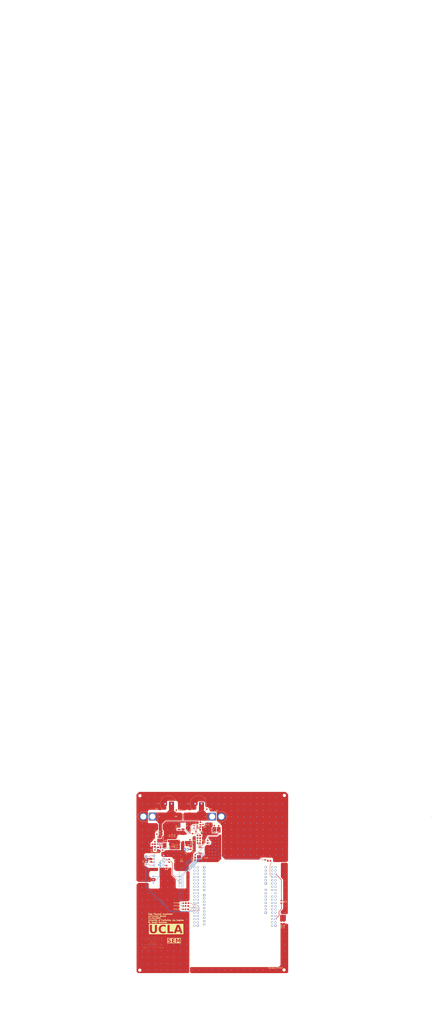
<source format=kicad_pcb>
(kicad_pcb (version 20241229) (generator "pcbnew") (generator_version "9.0")
  (title_block (title "Joule Meter (w/ Current Sense)") (date "10/18/2025") (rev "11/9/2025") (company "by Sergio Gonzalez") (comment 1 "University of California Los Angeles ") (comment 2 "Bruin SuperMileage"))
  (layers (0 "F.Cu" signal) (4 "In1.Cu" power) (6 "In2.Cu" mixed) (2 "B.Cu" signal) (13 "F.Paste" user) (15 "B.Paste" user) (5 "F.SilkS" user "F.Silkscreen") (7 "B.SilkS" user "B.Silkscreen") (1 "F.Mask" user) (3 "B.Mask" user) (25 "Edge.Cuts" user))
  (net 0 "")
  (net 1 "GND")
  (net 2 "+3V3A")
  (net 3 "Net-(J1-POS)")
  (net 4 "Net-(J2-POS)")
  (net 5 "Net-(U1-VCC)")
  (net 6 "Net-(U1-BOOT)")
  (net 7 "Net-(U1-SW)")
  (net 8 "+7V")
  (net 9 "+5V")
  (net 10 "Net-(U4-AIN1)")
  (net 11 "Net-(U4-AIN0)")
  (net 12 "Net-(D1-A)")
  (net 13 "+3V3")
  (net 14 "/CAN_P")
  (net 15 "/FB")
  (net 16 "Net-(U5-+)")
  (net 17 "/Current_Sense")
  (net 18 "Net-(U4-AIN2)")
  (net 19 "/SCLK")
  (net 20 "Net-(Nucleo_F44RE2-PA5)")
  (net 21 "/MISO")
  (net 22 "Net-(Nucleo_F44RE2-PA6)")
  (net 23 "/MOSI")
  (net 24 "Net-(Nucleo_F44RE2-PA7)")
  (net 25 "+3V3D")
  (net 26 "/CS")
  (net 27 "/Nucleo_F446RE/NUCLEO_1")
  (net 28 "Net-(Nucleo_F44RE2-PA4)")
  (net 29 "Net-(U1-PG)")
  (net 30 "/Voltage Follower")
  (net 32 "/CAN_N")
  (net 33 "Net-(Nucleo_F44RE2-VBAT)")
  (net 93 "/CAN-TXD")
  (net 94 "/CAN_RXD")
  (footprint "Capacitor_SMD:C_0805_2012Metric_Pad1.18x1.45mm_HandSolder" (layer "F.Cu") (at 95.5 69)
    (property "Reference" "C8")
    (property "Value" "0.1uF" (hide yes))
  )
  (footprint "MountingHole:MountingHole_2mm" (layer "F.Cu") (at 191.25 165)
    (property "Reference" "REF**" (hide yes))
    (property "Value" "MountingHole_2mm" (hide yes))
  )
  (footprint "SMV_Connectors:3pin_CON_22035035_MOL" (layer "F.Cu") (at 88.660002 91.78401 90)
    (property "Reference" "J3" (hide yes))
    (property "Value" "22035035" (hide yes))
  )
  (footprint "Resistor_SMD:R_0805_2012Metric_Pad1.20x1.40mm_HandSolder" (layer "F.Cu") (at 122.4 78.875)
    (property "Reference" "R8")
    (property "Value" "2k" (hide yes))
  )
  (footprint "Resistor_SMD:R_0805_2012Metric_Pad1.20x1.40mm_HandSolder" (layer "F.Cu") (at 88 67.5 -90)
    (property "Reference" "R2")
    (property "Value" "16K" (hide yes))
  )
  (footprint "TestPoint:TestPoint_Pad_1.0x1.0mm" (layer "F.Cu") (at 136.5 51.9 180)
    (property "Reference" "TP17")
    (property "Value" "POWER-3V3A" (hide yes))
  )
  (footprint "Resistor_SMD:R_0805_2012Metric_Pad1.20x1.40mm_HandSolder" (layer "F.Cu") (at 90 67.5 -90)
    (property "Reference" "R1")
    (property "Value" "100K" (hide yes))
  )
  (footprint "TestPoint:TestPoint_Pad_1.0x1.0mm" (layer "F.Cu") (at 176.45 78.75)
    (property "Reference" "TP18")
    (property "Value" "ADC-CS")
  )
  (footprint "Resistor_SMD:R_0805_2012Metric_Pad1.20x1.40mm_HandSolder" (layer "F.Cu") (at 131.35 64.55 -90)
    (property "Reference" "R12" (hide yes))
    (property "Value" "5k" (hide yes))
  )
  (footprint "TestPoint:TestPoint_Pad_1.0x1.0mm" (layer "F.Cu") (at 90 71)
    (property "Reference" "TP4")
    (property "Value" "BUCK-VCC" (hide yes))
  )
  (footprint "Capacitor_SMD:C_0805_2012Metric_Pad1.18x1.45mm_HandSolder" (layer "F.Cu") (at 96.5 56.5 180)
    (property "Reference" "C6")
    (property "Value" "2.2uF" (hide yes))
  )
  (footprint "TestPoint:TestPoint_Pad_1.0x1.0mm" (layer "F.Cu") (at 91.5 58.5)
    (property "Reference" "TP5")
    (property "Value" "BUCK-PG" (hide yes))
  )
  (footprint "MountingHole:MountingHole_2mm" (layer "F.Cu") (at 78.15 165.2)
    (property "Reference" "REF**" (hide yes))
    (property "Value" "MountingHole_2mm" (hide yes))
  )
  (footprint "TestPoint:TestPoint_Pad_1.0x1.0mm" (layer "F.Cu") (at 127.725 50.95)
    (property "Reference" "TP13")
    (property "Value" "VF-V+" (hide yes))
  )
  (footprint "Capacitor_SMD:C_0805_2012Metric_Pad1.18x1.45mm_HandSolder" (layer "F.Cu") (at 96.5 58.5 180)
    (property "Reference" "C5")
    (property "Value" "220nF" (hide yes))
  )
  (footprint "TestPoint:TestPoint_Pad_1.0x1.0mm" (layer "F.Cu") (at 112.2 112.75)
    (property "Reference" "TP23")
    (property "Value" "ADC-MOSI" (hide yes))
  )
  (footprint "SMV_Joule:MODULE_NUCLEO-F446RE" (layer "F.Cu") (at 152.77 120.78 180)
    (property "Reference" "Nucleo_F44RE2")
    (property "Value" "~")
  )
  (footprint "Resistor_SMD:R_0805_2012Metric_Pad1.20x1.40mm_HandSolder" (layer "F.Cu") (at 189.18 111.71 -90)
    (property "Reference" "R13")
    (property "Value" "0" (hide yes))
  )
  (footprint "SMV_Joule:PDIP8_300MC_MCH" (layer "F.Cu") (at 89.25 75.47)
    (property "Reference" "MCP2562")
    (property "Value" "U6")
  )
  (footprint "TestPoint:TestPoint_Pad_1.0x1.0mm" (layer "F.Cu") (at 121.55 74.725 180)
    (property "Reference" "TP12")
    (property "Value" "ADC- 1.6V" (hide yes))
  )
  (footprint "MountingHole:MountingHole_2mm" (layer "F.Cu") (at 191.5 28.25 -90)
    (property "Reference" "REF**" (hide yes))
    (property "Value" "MountingHole_2mm" (hide yes))
  )
  (footprint "Capacitor_SMD:C_0805_2012Metric_Pad1.18x1.45mm_HandSolder" (layer "F.Cu") (at 189.18 127.71 -90)
    (property "Reference" "C22")
    (property "Value" "10uF" (hide yes))
  )
  (footprint "Capacitor_SMD:C_0805_2012Metric_Pad1.18x1.45mm_HandSolder" (layer "F.Cu") (at 92.5 70 90)
    (property "Reference" "C7")
    (property "Value" "0.1uF" (hide yes))
  )
  (footprint "TestPoint:TestPoint_Pad_1.0x1.0mm" (layer "F.Cu") (at 101.15 80.525)
    (property "Reference" "TP16")
    (property "Value" "CT-CAN_L" (hide yes))
  )
  (footprint "TestPoint:TestPoint_Pad_1.0x1.0mm" (layer "F.Cu") (at 101.125 78.35)
    (property "Reference" "TP15")
    (property "Value" "CT-RCAN_H" (hide yes))
  )
  (footprint "Capacitor_SMD:C_0805_2012Metric_Pad1.18x1.45mm_HandSolder" (layer "F.Cu") (at 191.18 127.71 -90)
    (property "Reference" "C20")
    (property "Value" "0.1uF" (hide yes))
  )
  (footprint "TestPoint:TestPoint_Pad_1.0x1.0mm" (layer "F.Cu") (at 125.45 63.6 180)
    (property "Reference" "TP11")
    (property "Value" "VF-RC" (hide yes))
  )
  (footprint "Capacitor_SMD:C_0805_2012Metric_Pad1.18x1.45mm_HandSolder" (layer "F.Cu") (at 126.45 76.975 180)
    (property "Reference" "C19")
    (property "Value" "C19" (hide yes))
  )
  (footprint "SMV_Joule:DGS0010A_M" (layer "F.Cu") (at 125.4 71.275 -90)
    (property "Reference" "U4")
    (property "Value" "ADS1118IDGS-Q1" (hide yes))
  )
  (footprint "Inductor_SMD:L_1206_3216Metric_Pad1.22x1.90mm_HandSolder" (layer "F.Cu") (at 100 66.5)
    (property "Reference" "L1")
    (property "Value" "100uH" (hide yes))
  )
  (footprint "Capacitor_SMD:C_1206_3216Metric_Pad1.33x1.80mm_HandSolder" (layer "F.Cu") (at 117.25 40.75 90)
    (property "Reference" "C2")
    (property "Value" "10μF" (hide yes))
  )
  (footprint "TestPoint:TestPoint_Pad_1.0x1.0mm" (layer "F.Cu") (at 119.5 58.2)
    (property "Reference" "TP10")
    (property "Value" "CURRENT-OUT" (hide yes))
  )
  (footprint "TestPoint:TestPoint_Pad_1.0x1.0mm" (layer "F.Cu") (at 140 52)
    (property "Reference" "TP25")
    (property "Value" "POWER-3V3D" (hide yes))
  )
  (footprint "TestPoint:TestPoint_Pad_1.0x1.0mm" (layer "F.Cu") (at 110.95 78.55 180)
    (property "Reference" "TP1")
    (property "Value" "Ground" (hide yes))
  )
  (footprint "Capacitor_SMD:C_0805_2012Metric_Pad1.18x1.45mm_HandSolder" (layer "F.Cu") (at 122.45 65.7 180)
    (property "Reference" "C17")
    (property "Value" "0.1uF" (hide yes))
  )
  (footprint "TestPoint:TestPoint_Pad_1.0x1.0mm" (layer "F.Cu") (at 112.1 117.55)
    (property "Reference" "TP22")
    (property "Value" "ADC-MISO" (hide yes))
  )
  (footprint "Resistor_SMD:R_0805_2012Metric_Pad1.20x1.40mm_HandSolder" (layer "F.Cu") (at 179.55 79.5 180)
    (property "Reference" "R14")
    (property "Value" "50" (hide yes))
  )
  (footprint "Capacitor_SMD:C_0805_2012Metric_Pad1.18x1.45mm_HandSolder" (layer "F.Cu") (at 99.06 84.28 -90)
    (property "Reference" "C21")
    (property "Value" "0.1μF" (hide yes))
  )
  (footprint "SMV_Joule:Ferite_Joule" (layer "F.Cu") (at 138.265 55.25 180)
    (property "Reference" "FERITE_BEAD1")
    (property "Value" "FB1" (hide yes))
  )
  (footprint "TestPoint:TestPoint_Pad_1.0x1.0mm" (layer "F.Cu") (at 122.175 56.75)
    (property "Reference" "TP14")
    (property "Value" "VF-V-")
  )
  (footprint "TestPoint:TestPoint_Pad_1.0x1.0mm" (layer "F.Cu") (at 96.150001 71.150001)
    (property "Reference" "TP7")
    (property "Value" "BUCK-BOOT" (hide yes))
  )
  (footprint "Resistor_SMD:R_0805_2012Metric_Pad1.20x1.40mm_HandSolder" (layer "F.Cu") (at 115.05 114.9 180)
    (property "Reference" "R9")
    (property "Value" "50" (hide yes))
  )
  (footprint "TestPoint:TestPoint_Pad_1.0x1.0mm" (layer "F.Cu") (at 112.2 114.9)
    (property "Reference" "TP21")
    (property "Value" "ADC-SCLK" (hide yes))
  )
  (footprint "SMV_Connectors:AMASS_XT60-M" (layer "F.Cu") (at 138.5 44.8375)
    (property "Reference" "J1")
    (property "Value" "XT60-M" (hide yes))
  )
  (footprint "Capacitor_SMD:C_0805_2012Metric_Pad1.18x1.45mm_HandSolder" (layer "F.Cu") (at 113.7465 67.25 180)
    (property "Reference" "C12")
    (property "Value" "0.1uF" (hide yes))
  )
  (footprint "Capacitor_SMD:C_0805_2012Metric_Pad1.18x1.45mm_HandSolder" (layer "F.Cu") (at 126.3375 65.7 180)
    (property "Reference" "C18")
    (property "Value" "0.1uF" (hide yes))
  )
  (footprint "TestPoint:TestPoint_Pad_1.0x1.0mm" (layer "F.Cu") (at 90 64.5)
    (property "Reference" "TP6")
    (property "Value" "BUCK-FB" (hide yes))
  )
  (footprint "Capacitor_SMD:C_0805_2012Metric_Pad1.18x1.45mm_HandSolder" (layer "F.Cu") (at 101.5 63.0375 90)
    (property "Reference" "C9")
    (property "Value" "0.333uF" (hide yes))
  )
  (footprint "Resistor_SMD:R_0805_2012Metric_Pad1.20x1.40mm_HandSolder" (layer "F.Cu") (at 115.05 117.5 180)
    (property "Reference" "R10")
    (property "Value" "50" (hide yes))
  )
  (footprint "Capacitor_SMD:C_0805_2012Metric_Pad1.18x1.45mm_HandSolder" (layer "F.Cu") (at 109 54 90)
    (property "Reference" "C15")
    (property "Value" "0.1uF" (hide yes))
  )
  (footprint "Resistor_SMD:R_0805_2012Metric_Pad1.20x1.40mm_HandSolder" (layer "F.Cu") (at 115.25 112.65 180)
    (property "Reference" "R11")
    (property "Value" "50" (hide yes))
  )
  (footprint "SMV_Joule:HARWIN_M22-7130442" (layer "F.Cu") (at 83.05 79.0625 90)
    (property "Reference" "J5")
    (property "Value" "M22-7130442" (hide yes))
  )
  (footprint "Capacitor_SMD:C_0805_2012Metric_Pad1.18x1.45mm_HandSolder" (layer "F.Cu") (at 109.8215 67.25)
    (property "Reference" "C13")
    (property "Value" "0.33uF" (hide yes))
  )
  (footprint "Capacitor_SMD:C_0805_2012Metric_Pad1.18x1.45mm_HandSolder" (layer "F.Cu") (at 109.859 69.25)
    (property "Reference" "C14")
    (property "Value" "22 uF" (hide yes))
  )
  (footprint "LED_THT:LED_D3.0mm" (layer "F.Cu") (at 113.2026 70.4861)
    (property "Reference" "D1")
    (property "Value" "Power_LED" (hide yes))
  )
  (footprint "Package_TO_SOT_SMD:SOT-23-5" (layer "F.Cu") (at 121.95 53 180)
    (property "Reference" "U5")
    (property "Value" "MCP6286T-E/OT1" (hide yes))
  )
  (footprint "SMV_Connectors:AMASS_XT60-M" (layer "F.Cu") (at 84.5 44.8375 180)
    (property "Reference" "J2")
    (property "Value" "XT60-M" (hide yes))
  )
  (footprint "Capacitor_SMD:C_0805_2012Metric_Pad1.18x1.45mm_HandSolder" (layer "F.Cu") (at 105.5 63 90)
    (property "Reference" "C11")
    (property "Value" "22uF" (hide yes))
  )
  (footprint "SMV_Joule:SOT-223_DCY_TEX" (layer "F.Cu") (at 111.8215 61.75)
    (property "Reference" "U2")
    (property "Value" "~")
  )
  (footprint "SMV_Joule:WSBS8518_VIS-L" (layer "F.Cu") (at 111.9807 44.8375 180)
    (property "Reference" "R0")
    (property "Value" "R_Shunt_US")
  )
  (footprint "Resistor_SMD:R_0805_2012Metric_Pad1.20x1.40mm_HandSolder" (layer "F.Cu") (at 125.450001 60.675001 -90)
    (property "Reference" "R6")
    (property "Value" "500" (hide yes))
  )
  (footprint "Capacitor_SMD:C_0805_2012Metric_Pad1.18x1.45mm_HandSolder" (layer "F.Cu") (at 103.5 63 90)
    (property "Reference" "C10")
    (property "Value" "22uF" (hide yes))
  )
  (footprint "TestPoint:TestPoint_Pad_1.0x1.0mm" (layer "F.Cu") (at 104 66.5)
    (property "Reference" "TP8")
    (property "Value" "POWER-7V" (hide yes))
  )
  (footprint "TestPoint:TestPoint_Pad_1.0x1.0mm" (layer "F.Cu") (at 106.75 39.75)
    (property "Reference" "TP3")
    (property "Value" "POWER-48V OUT" (hide yes))
  )
  (footprint "Capacitor_SMD:C_0805_2012Metric_Pad1.18x1.45mm_HandSolder" (layer "F.Cu") (at 87.06 79.28 90)
    (property "Reference" "C23")
    (property "Value" "0.1uF" (hide yes))
  )
  (footprint "Resistor_SMD:R_0805_2012Metric" (layer "F.Cu") (at 126.425 53.05)
    (property "Reference" "R4")
    (property "Value" "20k" (hide yes))
  )
  (footprint "Capacitor_SMD:C_0805_2012Metric" (layer "F.Cu") (at 126.425 55.05)
    (property "Reference" "C16")
    (property "Value" "0.1μF" (hide yes))
  )
  (footprint "Capacitor_SMD:C_1206_3216Metric_Pad1.33x1.80mm_HandSolder" (layer "F.Cu") (at 93.75 40.7 90)
    (property "Reference" "C4")
    (property "Value" "10μF" (hide yes))
  )
  (footprint "SMV_Joule:DDA0008J" (layer "F.Cu") (at 94.25 63.75 -90)
    (property "Reference" "U1")
    (property "Value" "LMR36510" (hide yes))
  )
  (footprint "Package_SO:TSSOP-8_4.4x3mm_P0.65mm" (layer "F.Cu") (at 112 52 -90)
    (property "Reference" "U3")
    (property "Value" "INA240A1PW" (hide yes))
  )
  (footprint "Resistor_SMD:R_0805_2012Metric_Pad1.20x1.40mm_HandSolder" (layer "F.Cu") (at 122.55 76.975 180)
    (property "Reference" "R7")
    (property "Value" "2k" (hide yes))
  )
  (footprint "TestPoint:TestPoint_Pad_1.0x1.0mm" (layer "F.Cu") (at 117.5 63)
    (property "Reference" "TP9")
    (property "Value" "POWER-5V" (hide yes))
  )
  (footprint "TestPoint:TestPoint_Pad_1.0x1.0mm" (layer "F.Cu") (at 123.35 63.6 180)
    (property "Reference" "TP24")
    (property "Value" "CURRENT-RC" (hide yes))
  )
  (footprint "SMV_Logo:SEM_logo" (layer "F.Cu") (at 97.25 135.5)
    (property "Reference" "REF**" (hide yes))
    (property "Value" "SEM_logo")
  )
  (footprint "TestPoint:TestPoint_Pad_1.0x1.0mm" (layer "F.Cu") (at 130.75 39)
    (property "Reference" "TP2")
    (property "Value" "POWER-48V IN" (hide yes))
  )
  (footprint "SMV_Passives:Big_Chunky_Cap" (layer "F.Cu") (at 100.5 34.8375)
    (property "Reference" "C3")
    (property "Value" "470uF, 63V")
  )
  (footprint "SMV_Connectors:3pin_CON_22035035_MOL" (layer "F.Cu") (at 109.860006 91.79203 90)
    (property "Reference" "J4" (hide yes))
    (property "Value" "22035035" (hide yes))
  )
  (footprint "Resistor_SMD:R_0805_2012Metric_Pad1.20x1.40mm_HandSolder" (layer "F.Cu") (at 118.0715 69.5 -90)
    (property "Reference" "R15")
    (property "Value" "220" (hide yes))
  )
  (footprint "Resistor_SMD:R_0805_2012Metric" (layer "F.Cu") (at 125.7 50.3 -90)
    (property "Reference" "R3")
    (property "Value" "500k" (hide yes))
  )
  (footprint "SMV_Passives:Big_Chunky_Cap" (layer "F.Cu") (at 124.00825 34.75 180)
    (property "Reference" "C1")
    (property "Value" "470uF, 63V")
  )
  (footprint "MountingHole:MountingHole_2mm" (layer "F.Cu") (at 78.25 28.5)
    (property "Reference" "REF**" (hide yes))
    (property "Value" "MountingHole_2mm" (hide yes))
  )
  (footprint "Resistor_SMD:R_0805_2012Metric_Pad1.20x1.40mm_HandSolder" (layer "F.Cu") (at 123.450001 60.675001 -90)
    (property "Reference" "R5")
    (property "Value" "500" (hide yes))
  )
  (gr_line (start 96.5 69) (end 96.5 68.75) (stroke (width 0.2)) (layer "F.Cu") (net 7))
  (gr_line (start 102.5 69.5) (end 90 69.5) (stroke (width 0.2)) (layer "B.Cu") (net 8))
  (gr_rect (start 74.5 25) (end 195 168.65) (stroke (width 0.05)) (fill no) (layer "Edge.Cuts"))
  (gr_text "High Powered Joulemeter\n(w/Current Sense)\n11/16/2025\nUniversity of California, Los Angeles\nBy Sergio Gonzalez" (at 84.6 128.25 0) (layer "F.SilkS") (effects (font (size 1 1) (thickness 0.25) (bold yes)) (justify left bottom)))
  (segment (start 127.375 66.85) (end 127.375 65.7) (width 0.2) (layer "F.Cu") (net 1))
  (segment (start 125.4 67.175) (end 125.575 67) (width 0.2) (layer "F.Cu") (net 1))
  (segment (start 125.4 68.950001) (end 125.4 67.175) (width 0.2) (layer "F.Cu") (net 1))
  (segment (start 127.225 67) (end 127.375 66.85) (width 0.2) (layer "F.Cu") (net 1))
  (segment (start 88 68.5) (end 88 69.5) (width 0.2) (layer "F.Cu") (net 1))
  (segment (start 120.8125 53.95) (end 119.75 53.95) (width 0.2) (layer "F.Cu") (net 1))
  (segment (start 125.575 67) (end 127.225 67) (width 0.2) (layer "F.Cu") (net 1))
  (via (at 132.5 75.025) (size 0.6) (drill 0.3) (layers "F.Cu" "B.Cu") (net 1))
  (via (at 105 145) (size 0.6) (drill 0.3) (layers "F.Cu" "B.Cu") (net 1))
  (via (at 170 70) (size 0.6) (drill 0.3) (layers "F.Cu" "B.Cu") (net 1))
  (via (at 90 160) (size 0.6) (drill 0.3) (layers "F.Cu" "B.Cu") (net 1))
  (via (at 115 52.5) (size 0.6) (drill 0.3) (layers "F.Cu" "B.Cu") (net 1))
  (via (at 191.7 160) (size 0.6) (drill 0.3) (layers "F.Cu" "B.Cu") (net 1))
  (via (at 180.05 65) (size 0.6) (drill 0.3) (layers "F.Cu" "B.Cu") (net 1))
  (via (at 90 110) (size 0.6) (drill 0.3) (layers "F.Cu" "B.Cu") (net 1))
  (via (at 140 67.5) (size 0.6) (drill 0.3) (layers "F.Cu" "B.Cu") (net 1))
  (via (at 165 55) (size 0.6) (drill 0.3) (layers "F.Cu" "B.Cu") (net 1))
  (via (at 132.5 57.5) (size 0.6) (drill 0.3) (layers "F.Cu" "B.Cu") (net 1))
  (via (at 185 40) (size 0.6) (drill 0.3) (layers "F.Cu" "B.Cu") (net 1))
  (via (at 110 85) (size 0.6) (drill 0.3) (layers "F.Cu" "B.Cu") (net 1))
  (via (at 115 85) (size 0.6) (drill 0.3) (layers "F.Cu" "B.Cu") (net 1))
  (via (at 90 55) (size 0.6) (drill 0.3) (layers "F.Cu" "B.Cu") (net 1))
  (via (at 125 165) (size 0.6) (drill 0.3) (layers "F.Cu" "B.Cu") (net 1))
  (via (at 165 65.05) (size 0.6) (drill 0.3) (layers "F.Cu" "B.Cu") (net 1))
  (via (at 80 140) (size 0.6) (drill 0.3) (layers "F.Cu" "B.Cu") (net 1))
  (via (at 100 100) (size 0.6) (drill 0.3) (layers "F.Cu" "B.Cu") (net 1))
  (via (at 105 150) (size 0.6) (drill 0.3) (layers "F.Cu" "B.Cu") (net 1))
  (via (at 140 70.05) (size 0.6) (drill 0.3) (layers "F.Cu" "B.Cu") (net 1))
  (via (at 100 155) (size 0.6) (drill 0.3) (layers "F.Cu" "B.Cu") (net 1))
  (via (at 90 115) (size 0.6) (drill 0.3) (layers "F.Cu" "B.Cu") (net 1))
  (via (at 155 45) (size 0.6) (drill 0.3) (layers "F.Cu" "B.Cu") (net 1))
  (via (at 145 30) (size 0.6) (drill 0.3) (layers "F.Cu" "B.Cu") (net 1))
  (via (at 110 75) (size 0.6) (drill 0.3) (layers "F.Cu" "B.Cu") (net 1))
  (via (at 85 55) (size 0.6) (drill 0.3) (layers "F.Cu" "B.Cu") (net 1))
  (via (at 111.5 72.5) (size 0.6) (drill 0.3) (layers "F.Cu" "B.Cu") (net 1))
  (via (at 117.5 55) (size 0.6) (drill 0.3) (layers "F.Cu" "B.Cu") (net 1))
  (via (at 140 165.05) (size 0.6) (drill 0.3) (layers "F.Cu" "B.Cu") (net 1))
  (via (at 110 71.5) (size 0.6) (drill 0.3) (layers "F.Cu" "B.Cu") (net 1))
  (via (at 116 101) (size 0.6) (drill 0.3) (layers "F.Cu" "B.Cu") (net 1))
  (via (at 85 125) (size 0.6) (drill 0.3) (layers "F.Cu" "B.Cu") (net 1))
  (via (at 90 86) (size 0.6) (drill 0.3) (layers "F.Cu" "B.Cu") (net 1))
  (via (at 175 50) (size 0.6) (drill 0.3) (layers "F.Cu" "B.Cu") (net 1))
  (via (at 85 140) (size 0.6) (drill 0.3) (layers "F.Cu" "B.Cu") (net 1))
  (via (at 165 59.95) (size 0.6) (drill 0.3) (layers "F.Cu" "B.Cu") (net 1))
  (via (at 185 55) (size 0.6) (drill 0.3) (layers "F.Cu" "B.Cu") (net 1))
  (via (at 192.4 95.05) (size 0.6) (drill 0.3) (layers "F.Cu" "B.Cu") (net 1))
  (via (at 90 165) (size 0.6) (drill 0.3) (layers "F.Cu" "B.Cu") (net 1))
  (via (at 135 64.975) (size 0.6) (drill 0.3) (layers "F.Cu" "B.Cu") (net 1))
  (via (at 90 140) (size 0.6) (drill 0.3) (layers "F.Cu" "B.Cu") (net 1))
  (via (at 90 155) (size 0.6) (drill 0.3) (layers "F.Cu" "B.Cu") (net 1))
  (via (at 180 75) (size 0.6) (drill 0.3) (layers "F.Cu" "B.Cu") (net 1))
  (via (at 170 165) (size 0.6) (drill 0.3) (layers "F.Cu" "B.Cu") (net 1))
  (via (at 132.5 77.5) (size 0.6) (drill 0.3) (layers "F.Cu" "B.Cu") (net 1))
  (via (at 140.025 74.975) (size 0.6) (drill 0.3) (layers "F.Cu" "B.Cu") (net 1))
  (via (at 85 70) (size 0.6) (drill 0.3) (layers "F.Cu" "B.Cu") (net 1))
  (via (at 180 165.05) (size 0.6) (drill 0.3) (layers "F.Cu" "B.Cu") (net 1))
  (via (at 165 35) (size 0.6) (drill 0.3) (layers "F.Cu" "B.Cu") (net 1))
  (via (at 80 135) (size 0.6) (drill 0.3) (layers "F.Cu" "B.Cu") (net 1))
  (via (at 132.525 67.525) (size 0.6) (drill 0.3) (layers "F.Cu" "B.Cu") (net 1))
  (via (at 160.05 75) (size 0.6) (drill 0.3) (layers "F.Cu" "B.Cu") (net 1))
  (via (at 105 75) (size 0.6) (drill 0.3) (layers "F.Cu" "B.Cu") (net 1))
  (via (at 100 50) (size 0.6) (drill 0.3) (layers "F.Cu" "B.Cu") (net 1))
  (via (at 137.75 58.75) (size 0.6) (drill 0.3) (layers "F.Cu" "B.Cu") (net 1))
  (via (at 110 125.05) (size 0.6) (drill 0.3) (layers "F.Cu" "B.Cu") (net 1))
  (via (at 100 75) (size 0.6) (drill 0.3) (layers "F.Cu" "B.Cu") (net 1))
  (via (at 130 60) (size 0.6) (drill 0.3) (layers "F.Cu" "B.Cu") (net 1))
  (via (at 90 120) (size 0.6) (drill 0.3) (layers "F.Cu" "B.Cu") (net 1))
  (via (at 104.94 115.03) (size 0.6) (drill 0.3) (layers "F.Cu" "B.Cu") (net 1))
  (via (at 110 160) (size 0.6) (drill 0.3) (layers "F.Cu" "B.Cu") (net 1))
  (via (at 105 100) (size 0.6) (drill 0.3) (layers "F.Cu" "B.Cu") (net 1))
  (via (at 137.5 77.525) (size 0.6) (drill 0.3) (layers "F.Cu" "B.Cu") (net 1))
  (via (at 192.45 100.05) (size 0.6) (drill 0.3) (layers "F.Cu" "B.Cu") (net 1))
  (via (at 191.9 135) (size 0.6) (drill 0.3) (layers "F.Cu" "B.Cu") (net 1))
  (via (at 140 64.975) (size 0.6) (drill 0.3) (layers "F.Cu" "B.Cu") (net 1))
  (via (at 180 30) (size 0.6) (drill 0.3) (layers "F.Cu" "B.Cu") (net 1))
  (via (at 80 120) (size 0.6) (drill 0.3) (layers "F.Cu" "B.Cu") (net 1))
  (via (at 191.75 89.95) (size 0.6) (drill 0.3) (layers "F.Cu" "B.Cu") (net 1))
  (via (at 150 35) (size 0.6) (drill 0.3) (layers "F.Cu" "B.Cu") (net 1))
  (via (at 85 30) (size 0.6) (drill 0.3) (layers "F.Cu" "B.Cu") (net 1))
  (via (at 175 75) (size 0.6) (drill 0.3) (layers "F.Cu" "B.Cu") (net 1))
  (via (at 110 35) (size 0.6) (drill 0.3) (layers "F.Cu" "B.Cu") (net 1))
  (via (at 80 100) (size 0.6) (drill 0.3) (layers "F.Cu" "B.Cu") (net 1))
  (via (at 95 110) (size 0.6) (drill 0.3) (layers "F.Cu" "B.Cu") (net 1))
  (via (at 112 57) (size 0.6) (drill 0.3) (layers "F.Cu" "B.Cu") (net 1))
  (via (at 100 165) (size 0.6) (drill 0.3) (layers "F.Cu" "B.Cu") (net 1))
  (via (at 117.25 52.5) (size 0.6) (drill 0.3) (layers "F.Cu" "B.Cu") (net 1))
  (via (at 119 75) (size 0.6) (drill 0.3) (layers "F.Cu" "B.Cu") (net 1))
  (via (at 160 70) (size 0.6) (drill 0.3) (layers "F.Cu" "B.Cu") (net 1))
  (via (at 170 55) (size 0.6) (drill 0.3) (layers "F.Cu" "B.Cu") (net 1))
  (via (at 85 90) (size 0.6) (drill 0.3) (layers "F.Cu" "B.Cu") (net 1))
  (via (at 95 95) (size 0.6) (drill 0.3) (layers "F.Cu" "B.Cu") (net 1))
  (via (at 160 35) (size 0.6) (drill 0.3) (layers "F.Cu" "B.Cu") (net 1))
  (via (at 105.05 140.1) (size 0.6) (drill 0.3) (layers "F.Cu" "B.Cu") (net 1))
  (via (at 120 165) (size 0.6) (drill 0.3) (layers "F.Cu" "B.Cu") (net 1))
  (via (at 130.025 80) (size 0.6) (drill 0.3) (layers "F.Cu" "B.Cu") (net 1))
  (via (at 170 75) (size 0.6) (drill 0.3) (layers "F.Cu" "B.Cu") (net 1))
  (via (at 80 35) (size 0.6) (drill 0.3) (layers "F.Cu" "B.Cu") (net 1))
  (via (at 191.9 155) (size 0.6) (drill 0.3) (layers "F.Cu" "B.Cu") (net 1))
  (via (at 180 35) (size 0.6) (drill 0.3) (layers "F.Cu" "B.Cu") (net 1))
  (via (at 137.5 65) (size 0.6) (drill 0.3) (layers "F.Cu" "B.Cu") (net 1))
  (via (at 140 62.525) (size 0.6) (drill 0.3) (layers "F.Cu" "B.Cu") (net 1))
  (via (at 80 115) (size 0.6) (drill 0.3) (layers "F.Cu" "B.Cu") (net 1))
  (via (at 115 30) (size 0.6) (drill 0.3) (layers "F.Cu" "B.Cu") (net 1))
  (via (at 175 35) (size 0.6) (drill 0.3) (layers "F.Cu" "B.Cu") (net 1))
  (via (at 170.05 65) (size 0.6) (drill 0.3) (layers "F.Cu" "B.Cu") (net 1))
  (via (at 95 145) (size 0.6) (drill 0.3) (layers "F.Cu" "B.Cu") (net 1))
  (via (at 80 50) (size 0.6) (drill 0.3) (layers "F.Cu" "B.Cu") (net 1))
  (via (at 130 165.05) (size 0.6) (drill 0.3) (layers "F.Cu" "B.Cu") (net 1))
  (via (at 135 74.95) (size 0.6) (drill 0.3) (layers "F.Cu" "B.Cu") (net 1))
  (via (at 180 50) (size 0.6) (drill 0.3) (layers "F.Cu" "B.Cu") (net 1))
  (via (at 185 35) (size 0.6) (drill 0.3) (layers "F.Cu" "B.Cu") (net 1))
  (via (at 127.5 57.5) (size 0.6) (drill 0.3) (layers "F.Cu" "B.Cu") (net 1))
  (via (at 95 105) (size 0.6) (drill 0.3) (layers "F.Cu" "B.Cu") (net 1))
  (via (at 160 55) (size 0.6) (drill 0.3) (layers "F.Cu" "B.Cu") (net 1))
  (via (at 192.4 104.95) (size 0.6) (drill 0.3) (layers "F.Cu" "B.Cu") (net 1))
  (via (at 115 35) (size 0.6) (drill 0.3) (layers "F.Cu" "B.Cu") (net 1))
  (via (at 130.025 77.525) (size 0.6) (drill 0.3) (layers "F.Cu" "B.Cu") (net 1))
  (via (at 110 140.05) (size 0.6) (drill 0.3) (layers "F.Cu" "B.Cu") (net 1))
  (via (at 190 55) (size 0.6) (drill 0.3) (layers "F.Cu" "B.Cu") (net 1))
  (via (at 135.05 70) (size 0.6) (drill 0.3) (layers "F.Cu" "B.Cu") (net 1))
  (via (at 109.95 135) (size 0.6) (drill 0.3) (layers "F.Cu" "B.Cu") (net 1))
  (via (at 135.05 62.5) (size 0.6) (drill 0.3) (layers "F.Cu" "B.Cu") (net 1))
  (via (at 100 145) (size 0.6) (drill 0.3) (layers "F.Cu" "B.Cu") (net 1))
  (via (at 121 63.5) (size 0.6) (drill 0.3) (layers "F.Cu" "B.Cu") (net 1))
  (via (at 135.025 77.5) (size 0.6) (drill 0.3) (layers "F.Cu" "B.Cu") (net 1))
  (via (at 150 30) (size 0.6) (drill 0.3) (layers "F.Cu" "B.Cu") (net 1))
  (via (at 105 160) (size 0.6) (drill 0.3) (layers "F.Cu" "B.Cu") (net 1))
  (via (at 170 35) (size 0.6) (drill 0.3) (layers "F.Cu" "B.Cu") (net 1))
  (via (at 85 120) (size 0.6) (drill 0.3) (layers "F.Cu" "B.Cu") (net 1))
  (via (at 145 65) (size 0.6) (drill 0.3) (layers "F.Cu" "B.Cu") (net 1))
  (via (at 190 50) (size 0.6) (drill 0.3) (layers "F.Cu" "B.Cu") (net 1))
  (via (at 192.1 120) (size 0.6) (drill 0.3) (layers "F.Cu" "B.Cu") (net 1))
  (via (at 116 94) (size 0.6) (drill 0.3) (layers "F.Cu" "B.Cu") (net 1))
  (via (at 95 120) (size 0.6) (drill 0.3) (layers "F.Cu" "B.Cu") (net 1))
  (via (at 175 55) (size 0.6) (drill 0.3) (layers "F.Cu" "B.Cu") (net 1))
  (via (at 100 90) (size 0.6) (drill 0.3) (layers "F.Cu" "B.Cu") (net 1))
  (via (at 110 110) (size 0.6) (drill 0.3) (layers "F.Cu" "B.Cu") (net 1))
  (via (at 95 125) (size 0.6) (drill 0.3) (layers "F.Cu" "B.Cu") (net 1))
  (via (at 110 145) (size 0.6) (drill 0.3) (layers "F.Cu" "B.Cu") (net 1))
  (via (at 191.7 84.95) (size 0.6) (drill 0.3) (layers "F.Cu" "B.Cu") (net 1))
  (via (at 85 150) (size 0.6) (drill 0.3) (layers "F.Cu" "B.Cu") (net 1))
  (via (at 180 60.05) (size 0.6) (drill 0.3) (layers "F.Cu" "B.Cu") (net 1))
  (via (at 180 55) (size 0.6) (drill 0.3) (layers "F.Cu" "B.Cu") (net 1))
  (via (at 80 110) (size 0.6) (drill 0.3) (layers "F.Cu" "B.Cu") (net 1))
  (via (at 95 100) (size 0.6) (drill 0.3) (layers "F.Cu" "B.Cu") (net 1))
  (via (at 130 57.5) (size 0.6) (drill 0.3) (layers "F.Cu" "B.Cu") (net 1))
  (via (at 137.5 72.5) (size 0.6) (drill 0.3) (layers "F.Cu" "B.Cu") (net 1))
  (via (at 85 130) (size 0.6) (drill 0.3) (layers "F.Cu" "B.Cu") (net 1))
  (via (at 115 75) (size 0.6) (drill 0.3) (layers "F.Cu" "B.Cu") (net 1))
  (via (at 80 90) (size 0.6) (drill 0.3) (layers "F.Cu" "B.Cu") (net 1))
  (via (at 90 145) (size 0.6) (drill 0.3) (layers "F.Cu" "B.Cu") (net 1))
  (via (at 85 86) (size 0.6) (drill 0.3) (layers "F.Cu" "B.Cu") (net 1))
  (via (at 170 40) (size 0.6) (drill 0.3) (layers "F.Cu" "B.Cu") (net 1))
  (via (at 100 110) (size 0.6) (drill 0.3) (layers "F.Cu" "B.Cu") (net 1))
  (via (at 95 165) (size 0.6) (drill 0.3) (layers "F.Cu" "B.Cu") (net 1))
  (via (at 80 105) (size 0.6) (drill 0.3) (layers "F.Cu" "B.Cu") (net 1))
  (via (at 105 110) (size 0.6) (drill 0.3) (layers "F.Cu" "B.Cu") (net 1))
  (via (at 105 165) (size 0.6) (drill 0.3) (layers "F.Cu" "B.Cu") (net 1))
  (via (at 175.05 60.05) (size 0.6) (drill 0.3) (layers "F.Cu" "B.Cu") (net 1))
  (via (at 85 35) (size 0.6) (drill 0.3) (layers "F.Cu" "B.Cu") (net 1))
  (via (at 95 155) (size 0.6) (drill 0.3) (layers "F.Cu" "B.Cu") (net 1))
  (via (at 135 35) (size 0.6) (drill 0.3) (layers "F.Cu" "B.Cu") (net 1))
  (via (at 100 130) (size 0.6) (drill 0.3) (layers "F.Cu" "B.Cu") (net 1))
  (via (at 92.5 72.5) (size 0.6) (drill 0.3) (layers "F.Cu" "B.Cu") (net 1))
  (via (at 114.95 130) (size 0.6) (drill 0.3) (layers "F.Cu" "B.Cu") (net 1))
  (via (at 135.05 165) (size 0.6) (drill 0.3) (layers "F.Cu" "B.Cu") (net 1))
  (via (at 132.5 50) (size 0.6) (drill 0.3) (layers "F.Cu" "B.Cu") (net 1))
  (via (at 115 160) (size 0.6) (drill 0.3) (layers "F.Cu" "B.Cu") (net 1))
  (via (at 160 30) (size 0.6) (drill 0.3) (layers "F.Cu" "B.Cu") (net 1))
  (via (at 115 50) (size 0.6) (drill 0.3) (layers "F.Cu" "B.Cu") (net 1))
  (via (at 170 30) (size 0.6) (drill 0.3) (layers "F.Cu" "B.Cu") (net 1))
  (via (at 85 145) (size 0.6) (drill 0.3) (layers "F.Cu" "B.Cu") (net 1))
  (via (at 180 40) (size 0.6) (drill 0.3) (layers "F.Cu" "B.Cu") (net 1))
  (via (at 190 75.05) (size 0.6) (drill 0.3) (layers "F.Cu" "B.Cu") (net 1))
  (via (at 130 30) (size 0.6) (drill 0.3) (layers "F.Cu" "B.Cu") (net 1))
  (via (at 115 105) (size 0.6) (drill 0.3) (layers "F.Cu" "B.Cu") (net 1))
  (via (at 80 160) (size 0.6) (drill 0.3) (layers "F.Cu" "B.Cu") (net 1))
  (via (at 190 40) (size 0.6) (drill 0.3) (layers "F.Cu" "B.Cu") (net 1))
  (via (at 117.5 57) (size 0.6) (drill 0.3) (layers "F.Cu" "B.Cu") (net 1))
  (via (at 145 75.1) (size 0.6) (drill 0.3) (layers "F.Cu" "B.Cu") (net 1))
  (via (at 150.05 60) (size 0.6) (drill 0.3) (layers "F.Cu" "B.Cu") (net 1))
  (via (at 192.3 110.05) (size 0.6) (drill 0.3) (layers "F.Cu" "B.Cu") (net 1))
  (via (at 145 70.05) (size 0.6) (drill 0.3) (layers "F.Cu" "B.Cu") (net 1))
  (via (at 137.525 62.525) (size 0.6) (drill 0.3) (layers "F.Cu" "B.Cu") (net 1))
  (via (at 110 165) (size 0.6) (drill 0.3) (layers "F.Cu" "B.Cu") (net 1))
  (via (at 185 65) (size 0.6) (drill 0.3) (layers "F.Cu" "B.Cu") (net 1))
  (via (at 85 115) (size 0.6) (drill 0.3) (layers "F.Cu" "B.Cu") (net 1))
  (via (at 121 61) (size 0.6) (drill 0.3) (layers "F.Cu" "B.Cu") (net 1))
  (via (at 105.5 85) (size 0.6) (drill 0.3) (layers "F.Cu" "B.Cu") (net 1))
  (via (at 145 165) (size 0.6) (drill 0.3) (layers "F.Cu" "B.Cu") (net 1))
  (via (at 128.25 64.25) (size 0.6) (drill 0.3) (layers "F.Cu" "B.Cu") (net 1))
  (via (at 80 60) (size 0.6) (drill 0.3) (layers "F.Cu" "B.Cu") (net 1))
  (via (at 132.5 70.025) (size 0.6) (drill 0.3) (layers "F.Cu" "B.Cu") (net 1))
  (via (at 85 160) (size 0.6) (drill 0.3) (layers "F.Cu" "B.Cu") (net 1))
  (via (at 105 50) (size 0.6) (drill 0.3) (layers "F.Cu" "B.Cu") (net 1))
  (via (at 121 67.5) (size 0.6) (drill 0.3) (layers "F.Cu" "B.Cu") (net 1))
  (via (at 175 70) (size 0.6) (drill 0.3) (layers "F.Cu" "B.Cu") (net 1))
  (via (at 80 65) (size 0.6) (drill 0.3) (layers "F.Cu" "B.Cu") (net 1))
  (via (at 150 40) (size 0.6) (drill 0.3) (layers "F.Cu" "B.Cu") (net 1))
  (via (at 115 140) (size 0.6) (drill 0.3) (layers "F.Cu" "B.Cu") (net 1))
  (via (at 132.5 55) (size 0.6) (drill 0.3) (layers "F.Cu" "B.Cu") (net 1))
  (via (at 134.5 58.75) (size 0.6) (drill 0.3) (layers "F.Cu" "B.Cu") (net 1))
  (via (at 80 55) (size 0.6) (drill 0.3) (layers "F.Cu" "B.Cu") (net 1))
  (via (at 165 50) (size 0.6) (drill 0.3) (layers "F.Cu" "B.Cu") (net 1))
  (via (at 109.9 130.05) (size 0.6) (drill 0.3) (layers "F.Cu" "B.Cu") (net 1))
  (via (at 150 70) (size 0.6) (drill 0.3) (layers "F.Cu" "B.Cu") (net 1))
  (via (at 160.05 60) (size 0.6) (drill 0.3) (layers "F.Cu" "B.Cu") (net 1))
  (via (at 95 115) (size 0.6) (drill 0.3) (layers "F.Cu" "B.Cu") (net 1))
  (via (at 115 165) (size 0.6) (drill 0.3) (layers "F.Cu" "B.Cu") (net 1))
  (via (at 160 65) (size 0.6) (drill 0.3) (layers "F.Cu" "B.Cu") (net 1))
  (via (at 100 60) (size 0.6) (drill 0.3) (layers "F.Cu" "B.Cu") (net 1))
  (via (at 90 135) (size 0.6) (drill 0.3) (layers "F.Cu" "B.Cu") (net 1))
  (via (at 80 130) (size 0.6) (drill 0.3) (layers "F.Cu" "B.Cu") (net 1))
  (via (at 100 71.5) (size 0.6) (drill 0.3) (layers "F.Cu" "B.Cu") (net 1))
  (via (at 160 50) (size 0.6) (drill 0.3) (layers "F.Cu" "B.Cu") (net 1))
  (via (at 80 145) (size 0.6) (drill 0.3) (layers "F.Cu" "B.Cu") (net 1))
  (via (at 165 45) (size 0.6) (drill 0.3) (layers "F.Cu" "B.Cu") (net 1))
  (via (at 160 165) (size 0.6) (drill 0.3) (layers "F.Cu" "B.Cu") (net 1))
  (via (at 90 30) (size 0.6) (drill 0.3) (layers "F.Cu" "B.Cu") (net 1))
  (via (at 115 125.05) (size 0.6) (drill 0.3) (layers "F.Cu" "B.Cu") (net 1))
  (via (at 85 95) (size 0.6) (drill 0.3) (layers "F.Cu" "B.Cu") (net 1))
  (via (at 191.9 130.05) (size 0.6) (drill 0.3) (layers "F.Cu" "B.Cu") (net 1))
  (via (at 100.01 115.02) (size 0.6) (drill 0.3) (layers "F.Cu" "B.Cu") (net 1))
  (via (at 100 135) (size 0.6) (drill 0.3) (layers "F.Cu" "B.Cu") (net 1))
  (via (at 137.5 75.025) (size 0.6) (drill 0.3) (layers "F.Cu" "B.Cu") (net 1))
  (via (at 185 75) (size 0.6) (drill 0.3) (layers "F.Cu" "B.Cu") (net 1))
  (via (at 130 52.5) (size 0.6) (drill 0.3) (layers "F.Cu" "B.Cu") (net 1))
  (via (at 145 55) (size 0.6) (drill 0.3) (layers "F.Cu" "B.Cu") (net 1))
  (via (at 155 35) (size 0.6) (drill 0.3) (layers "F.Cu" "B.Cu") (net 1))
  (via (at 100 95) (size 0.6) (drill 0.3) (layers "F.Cu" "B.Cu") (net 1))
  (via (at 174.95 165) (size 0.6) (drill 0.3) (layers "F.Cu" "B.Cu") (net 1))
  (via (at 170 50) (size 0.6) (drill 0.3) (layers "F.Cu" "B.Cu") (net 1))
  (via (at 145 35) (size 0.6) (drill 0.3) (layers "F.Cu" "B.Cu") (net 1))
  (via (at 85 110) (size 0.6) (drill 0.3) (layers "F.Cu" "B.Cu") (net 1))
  (via (at 105 105) (size 0.6) (drill 0.3) (layers "F.Cu" "B.Cu") (net 1))
  (via (at 90 35) (size 0.6) (drill 0.3) (layers "F.Cu" "B.Cu") (net 1))
  (via (at 110 30) (size 0.6) (drill 0.3) (layers "F.Cu" "B.Cu") (net 1))
  (via (at 175 30) (size 0.6) (drill 0.3) (layers "F.Cu" "B.Cu") (net 1))
  (via (at 95 30) (size 0.6) (drill 0.3) (layers "F.Cu" "B.Cu") (net 1))
  (via (at 165 30) (size 0.6) (drill 0.3) (layers "F.Cu" "B.Cu") (net 1))
  (via (at 80 125) (size 0.6) (drill 0.3) (layers "F.Cu" "B.Cu") (net 1))
  (via (at 110 80) (size 0.6) (drill 0.3) (layers "F.Cu" "B.Cu") (net 1))
  (via (at 80 95) (size 0.6) (drill 0.3) (layers "F.Cu" "B.Cu") (net 1))
  (via (at 175.05 64.95) (size 0.6) (drill 0.3) (layers "F.Cu" "B.Cu") (net 1))
  (via (at 110 105) (size 0.6) (drill 0.3) (layers "F.Cu" "B.Cu") (net 1))
  (via (at 170.05 60) (size 0.6) (drill 0.3) (layers "F.Cu" "B.Cu") (net 1))
  (via (at 155 65) (size 0.6) (drill 0.3) (layers "F.Cu" "B.Cu") (net 1))
  (via (at 105 120.05) (size 0.6) (drill 0.3) (layers "F.Cu" "B.Cu") (net 1))
  (via (at 190 64.95) (size 0.6) (drill 0.3) (layers "F.Cu" "B.Cu") (net 1))
  (via (at 100 150) (size 0.6) (drill 0.3) (layers "F.Cu" "B.Cu") (net 1))
  (via (at 150 75) (size 0.6) (drill 0.3) (layers "F.Cu" "B.Cu") (net 1))
  (via (at 107.5 58) (size 0.6) (drill 0.3) (layers "F.Cu" "B.Cu") (net 1))
  (via (at 160 45) (size 0.6) (drill 0.3) (layers "F.Cu" "B.Cu") (net 1))
  (via (at 127.5 60) (size 0.6) (drill 0.3) (layers "F.Cu" "B.Cu") (net 1))
  (via (at 85 65) (size 0.6) (drill 0.3) (layers "F.Cu" "B.Cu") (net 1))
  (via (at 192.3 115) (size 0.6) (drill 0.3) (layers "F.Cu" "B.Cu") (net 1))
  (via (at 140 35) (size 0.6) (drill 0.3) (layers "F.Cu" "B.Cu") (net 1))
  (via (at 90 105) (size 0.6) (drill 0.3) (layers "F.Cu" "B.Cu") (net 1))
  (via (at 90 150) (size 0.6) (drill 0.3) (layers "F.Cu" "B.Cu") (net 1))
  (via (at 100 125) (size 0.6) (drill 0.3) (layers "F.Cu" "B.Cu") (net 1))
  (via (at 190 45) (size 0.6) (drill 0.3) (layers "F.Cu" "B.Cu") (net 1))
  (via (at 110 150) (size 0.6) (drill 0.3) (layers "F.Cu" "B.Cu") (net 1))
  (via (at 190 60) (size 0.6) (drill 0.3) (layers "F.Cu" "B.Cu") (net 1))
  (via (at 100 55) (size 0.6) (drill 0.3) (layers "F.Cu" "B.Cu") (net 1))
  (via (at 110.1 155) (size 0.6) (drill 0.3) (layers "F.Cu" "B.Cu") (net 1))
  (via (at 100.05 140) (size 0.6) (drill 0.3) (layers "F.Cu" "B.Cu") (net 1))
  (via (at 150.05 165) (size 0.6) (drill 0.3) (layers "F.Cu" "B.Cu") (net 1))
  (via (at 175 45) (size 0.6) (drill 0.3) (layers "F.Cu" "B.Cu") (net 1))
  (via (at 105 95) (size 0.6) (drill 0.3) (layers "F.Cu" "B.Cu") (net 1))
  (via (at 121 71) (size 0.6) (drill 0.3) (layers "F.Cu" "B.Cu") (net 1))
  (via (at 150 45) (size 0.6) (drill 0.3) (layers "F.Cu" "B.Cu") (net 1))
  (via (at 80 70) (size 0.6) (drill 0.3) (layers "F.Cu" "B.Cu") (net 1))
  (via (at 185 30) (size 0.6) (drill 0.3) (layers "F.Cu" "B.Cu") (net 1))
  (via (at 85 165) (size 0.6) (drill 0.3) (layers "F.Cu" "B.Cu") (net 1))
  (via (at 150.05 65) (size 0.6) (drill 0.3) (layers "F.Cu" "B.Cu") (net 1))
  (via (at 165 75) (size 0.6) (drill 0.3) (layers "F.Cu" "B.Cu") (net 1))
  (via (at 150 55) (size 0.6) (drill 0.3) (layers "F.Cu" "B.Cu") (net 1))
  (via (at 140 30) (size 0.6) (drill 0.3) (layers "F.Cu" "B.Cu") (net 1))
  (via (at 155.05 60) (size 0.6) (drill 0.3) (layers "F.Cu" "B.Cu") (net 1))
  (via (at 105 129.9) (size 0.6) (drill 0.3) (layers "F.Cu" "B.Cu") (net 1))
  (via (at 185 45) (size 0.6) (drill 0.3) (layers "F.Cu" "B.Cu") (net 1))
  (via (at 190 70) (size 0.6) (drill 0.3) (layers "F.Cu" "B.Cu") (net 1))
  (via (at 115 55) (size 0.6) (drill 0.3) (layers "F.Cu" "B.Cu") (net 1))
  (via (at 135.025 72.5) (size 0.6) (drill 0.3) (layers "F.Cu" "B.Cu") (net 1))
  (via (at 95 140) (size 0.6) (drill 0.3) (layers "F.Cu" "B.Cu") (net 1))
  (via (at 127.5 79.975) (size 0.6) (drill 0.3) (layers "F.Cu" "B.Cu") (net 1))
  (via (at 132.5 72.475) (size 0.6) (drill 0.3) (layers "F.Cu" "B.Cu") (net 1))
  (via (at 105 155) (size 0.6) (drill 0.3) (layers "F.Cu" "B.Cu") (net 1))
  (via (at 115 80) (size 0.6) (drill 0.3) (layers "F.Cu" "B.Cu") (net 1))
  (via (at 117.5 50) (size 0.6) (drill 0.3) (layers "F.Cu" "B.Cu") (net 1))
  (via (at 132.5 52.5) (size 0.6) (drill 0.3) (layers "F.Cu" "B.Cu") (net 1))
  (via (at 155 165) (size 0.6) (drill 0.3) (layers "F.Cu" "B.Cu") (net 1))
  (via (at 191.9 145) (size 0.6) (drill 0.3) (layers "F.Cu" "B.Cu") (net 1))
  (via (at 115 150) (size 0.6) (drill 0.3) (layers "F.Cu" "B.Cu") (net 1))
  (via (at 145 50) (size 0.6) (drill 0.3) (layers "F.Cu" "B.Cu") (net 1))
  (via (at 116 90) (size 0.6) (drill 0.3) (layers "F.Cu" "B.Cu") (net 1))
  (via (at 150 50) (size 0.6) (drill 0.3) (layers "F.Cu" "B.Cu") (net 1))
  (via (at 155 75.05) (size 0.6) (drill 0.3) (layers "F.Cu" "B.Cu") (net 1))
  (via (at 165 165) (size 0.6) (drill 0.3) (layers "F.Cu" "B.Cu") (net 1))
  (via (at 122.5 50) (size 0.6) (drill 0.3) (layers "F.Cu" "B.Cu") (net 1))
  (via (at 191.9 150) (size 0.6) (drill 0.3) (layers "F.Cu" "B.Cu") (net 1))
  (via (at 130 50) (size 0.6) (drill 0.3) (layers "F.Cu" "B.Cu") (net 1))
  (via (at 105 125) (size 0.6) (drill 0.3) (layers "F.Cu" "B.Cu") (net 1))
  (via (at 115 145) (size 0.6) (drill 0.3) (layers "F.Cu" "B.Cu") (net 1))
  (via (at 115 110) (size 0.6) (drill 0.3) (layers "F.Cu" "B.Cu") (net 1))
  (via (at 140 77.5) (size 0.6) (drill 0.3) (layers "F.Cu" "B.Cu") (net 1))
  (via (at 80 155) (size 0.6) (drill 0.3) (layers "F.Cu" "B.Cu") (net 1))
  (via (at 130.05 75) (size 0.6) (drill 0.3) (layers "F.Cu" "B.Cu") (net 1))
  (via (at 128.25 62.5) (size 0.6) (drill 0.3) (layers "F.Cu" "B.Cu") (net 1))
  (via (at 85 135) (size 0.6) (drill 0.3) (layers "F.Cu" "B.Cu") (net 1))
  (via (at 155 55) (size 0.6) (drill 0.3) (layers "F.Cu" "B.Cu") (net 1))
  (via (at 119.75 53.95) (size 0.6) (drill 0.3) (layers "F.Cu" "B.Cu") (net 1))
  (via (at 100.03 120.04) (size 0.6) (drill 0.3) (layers "F.Cu" "B.Cu") (net 1))
  (via (at 137.5 67.45) (size 0.6) (drill 0.3) (layers "F.Cu" "B.Cu") (net 1))
  (via (at 95 90) (size 0.6) (drill 0.3) (layers "F.Cu" "B.Cu") (net 1))
  (via (at 185 60) (size 0.6) (drill 0.3) (layers "F.Cu" "B.Cu") (net 1))
  (via (at 165 40) (size 0.6) (drill 0.3) (layers "F.Cu" "B.Cu") (net 1))
  (via (at 191.9 140.05) (size 0.6) (drill 0.3) (layers "F.Cu" "B.Cu") (net 1))
  (via (at 145 60) (size 0.6) (drill 0.3) (layers "F.Cu" "B.Cu") (net 1))
  (via (at 190 35) (size 0.6) (drill 0.3) (layers "F.Cu" "B.Cu") (net 1))
  (via (at 175 40) (size 0.6) (drill 0.3) (layers "F.Cu" "B.Cu") (net 1))
  (via (at 185 165) (size 0.6) (drill 0.3) (layers "F.Cu" "B.Cu") (net 1))
  (via (at 155 50) (size 0.6) (drill 0.3) (layers "F.Cu" "B.Cu") (net 1))
  (via (at 85 60) (size 0.6) (drill 0.3) (layers "F.Cu" "B.Cu") (net 1))
  (via (at 85 105) (size 0.6) (drill 0.3) (layers "F.Cu" "B.Cu") (net 1))
  (via (at 105 60) (size 0.6) (drill 0.3) (layers "F.Cu" "B.Cu") (net 1))
  (via (at 90 125) (size 0.6) (drill 0.3) (layers "F.Cu" "B.Cu") (net 1))
  (via (at 90 130) (size 0.6) (drill 0.3) (layers "F.Cu" "B.Cu") (net 1))
  (via (at 155 30) (size 0.6) (drill 0.3) (layers "F.Cu" "B.Cu") (net 1))
  (via (at 130 55) (size 0.6) (drill 0.3) (layers "F.Cu" "B.Cu") (net 1))
  (via (at 108.5 49) (size 0.6) (drill 0.3) (layers "F.Cu" "B.Cu") (net 1))
  (via (at 95 130) (size 0.6) (drill 0.3) (layers "F.Cu" "B.Cu") (net 1))
  (via (at 115 155) (size 0.6) (drill 0.3) (layers "F.Cu" "B.Cu") (net 1))
  (via (at 105 55) (size 0.6) (drill 0.3) (layers "F.Cu" "B.Cu") (net 1))
  (via (at 95 150) (size 0.6) (drill 0.3) (layers "F.Cu" "B.Cu") (net 1))
  (via (at 170 45) (size 0.6) (drill 0.3) (layers "F.Cu" "B.Cu") (net 1))
  (via (at 105 71.5) (size 0.6) (drill 0.3) (layers "F.Cu" "B.Cu") (net 1))
  (via (at 100 160) (size 0.6) (drill 0.3) (layers "F.Cu" "B.Cu") (net 1))
  (via (at 115.05 135) (size 0.6) (drill 0.3) (layers "F.Cu" "B.Cu") (net 1))
  (via (at 80 150) (size 0.6) (drill 0.3) (layers "F.Cu" "B.Cu") (net 1))
  (via (at 185 50) (size 0.6) (drill 0.3) (layers "F.Cu" "B.Cu") (net 1))
  (via (at 95 160) (size 0.6) (drill 0.3) (layers "F.Cu" "B.Cu") (net 1))
  (via (at 185 70) (size 0.6) (drill 0.3) (layers "F.Cu" "B.Cu") (net 1))
  (via (at 155 40) (size 0.6) (drill 0.3) (layers "F.Cu" "B.Cu") (net 1))
  (via (at 165 70.05) (size 0.6) (drill 0.3) (layers "F.Cu" "B.Cu") (net 1))
  (via (at 160 40) (size 0.6) (drill 0.3) (layers "F.Cu" "B.Cu") (net 1))
  (via (at 180 70) (size 0.6) (drill 0.3) (layers "F.Cu" "B.Cu") (net 1))
  (via (at 155 70) (size 0.6) (drill 0.3) (layers "F.Cu" "B.Cu") (net 1))
  (via (at 105.5 80) (size 0.6) (drill 0.3) (layers "F.Cu" "B.Cu") (net 1))
  (via (at 108.5 51) (size 0.6) (drill 0.3) (layers "F.Cu" "B.Cu") (net 1))
  (via (at 95 135) (size 0.6) (drill 0.3) (layers "F.Cu" "B.Cu") (net 1))
  (via (at 85 155) (size 0.6) (drill 0.3) (layers "F.Cu" "B.Cu") (net 1))
  (via (at 88 69.5) (size 0.6) (drill 0.3) (layers "F.Cu" "B.Cu") (net 1))
  (via (at 120 50) (size 0.6) (drill 0.3) (layers "F.Cu" "B.Cu") (net 1))
  (via (at 135 30) (size 0.6) (drill 0.3) (layers "F.Cu" "B.Cu") (net 1))
  (via (at 180 45) (size 0.6) (drill 0.3) (layers "F.Cu" "B.Cu") (net 1))
  (segment (start 110.85 55.0375) (end 111.025 54.8625) (width 0.2) (layer "F.Cu") (net 2))
  (segment (start 124.35 53.3) (end 124.35 53.925) (width 0.4) (layer "F.Cu") (net 2))
  (segment (start 124.05 53) (end 124.35 53.3) (width 0.4) (layer "F.Cu") (net 2))
  (segment (start 125.475 55.05) (end 125.475 56.425) (width 0.4) (layer "F.Cu") (net 2))
  (segment (start 125.4 73.600002) (end 125.4 75.2) (width 0.3) (layer "F.Cu") (net 2))
  (segment (start 125.4 76.9625) (end 125.4125 76.975) (width 0.2) (layer "F.Cu") (net 2))
  (segment (start 107.5 55.0375) (end 109 55.0375) (width 0.4) (layer "F.Cu") (net 2))
  (segment (start 136.5 53.5) (end 136.5 51.9) (width 0.2) (layer "F.Cu") (net 2))
  (segment (start 124.35 53.925) (end 125.475 55.05) (width 0.4) (layer "F.Cu") (net 2))
  (segment (start 123.0875 53) (end 124.05 53) (width 0.4) (layer "F.Cu") (net 2))
  (segment (start 109 55.0375) (end 110.85 55.0375) (width 0.4) (layer "F.Cu") (net 2))
  (via (at 124.35 75.5) (size 0.6) (drill 0.3) (layers "F.Cu" "B.Cu") (net 2))
  (via (at 136 55) (size 0.6) (drill 0.3) (layers "F.Cu" "B.Cu") (net 2))
  (via (at 125.475 56.425) (size 0.6) (drill 0.3) (layers "F.Cu" "B.Cu") (net 2))
  (via (at 137 56.5) (size 0.6) (drill 0.3) (layers "F.Cu" "B.Cu") (net 2))
  (via (at 107.5 55.0375) (size 0.6) (drill 0.3) (layers "F.Cu" "B.Cu") (net 2))
  (via (at 137 54) (size 0.6) (drill 0.3) (layers "F.Cu" "B.Cu") (net 2))
  (segment (start 112.325 48.175) (end 114 46.5) (width 0.4) (layer "F.Cu") (net 3))
  (segment (start 129.25 40.5) (end 129.25 41.25) (width 0.2) (layer "F.Cu") (net 3))
  (segment (start 125.7 49.3875) (end 125.7 47.5) (width 0.4) (layer "F.Cu") (net 3))
  (segment (start 130.75 39) (end 129.25 40.5) (width 0.2) (layer "F.Cu") (net 3))
  (segment (start 112.325 49.1375) (end 112.325 48.175) (width 0.4) (layer "F.Cu") (net 3))
  (segment (start 114 46.5) (end 114 44.8375) (width 0.4) (layer "F.Cu") (net 3))
  (segment (start 111.675 48.175) (end 109.9614 46.4614) (width 0.4) (layer "F.Cu") (net 4))
  (segment (start 106.5 41.35) (end 106.5 41.5) (width 0.2) (layer "F.Cu") (net 4))
  (segment (start 106.5 41.5) (end 106.25 41.75) (width 0.2) (layer "F.Cu") (net 4))
  (segment (start 111.675 49.1375) (end 111.675 48.175) (width 0.4) (layer "F.Cu") (net 4))
  (segment (start 109.9614 46.4614) (end 109.9614 44.8375) (width 0.4) (layer "F.Cu") (net 4))
  (segment (start 106.5 39.75) (end 106.5 41.35) (width 0.2) (layer "F.Cu") (net 4))
  (segment (start 93.615 66.45) (end 93.615 67.8475) (width 0.2) (layer "F.Cu") (net 5))
  (segment (start 90 70.5) (end 90 71) (width 0.2) (layer "F.Cu") (net 5))
  (segment (start 93.615 67.8475) (end 92.5 68.9625) (width 0.2) (layer "F.Cu") (net 5))
  (segment (start 92.5 68.9625) (end 91.5375 68.9625) (width 0.2) (layer "F.Cu") (net 5))
  (segment (start 91.5375 68.9625) (end 90 70.5) (width 0.2) (layer "F.Cu") (net 5))
  (segment (start 94.885 67.115) (end 94.4625 67.5375) (width 0.4) (layer "F.Cu") (net 6))
  (segment (start 94.885 66.45) (end 94.885 67.115) (width 0.2) (layer "F.Cu") (net 6))
  (segment (start 94.4625 70.4625) (end 95.150001 71.150001) (width 0.2) (layer "F.Cu") (net 6))
  (segment (start 94.4625 69) (end 94.4625 70.4625) (width 0.2) (layer "F.Cu") (net 6))
  (segment (start 95.150001 71.150001) (end 96.150001 71.150001) (width 0.2) (layer "F.Cu") (net 6))
  (segment (start 94.4625 67.5375) (end 94.4625 69) (width 0.4) (layer "F.Cu") (net 6))
  (segment (start 90 68.5) (end 90 69.5) (width 0.2) (layer "F.Cu") (net 8))
  (via (at 90 69.5) (size 0.6) (drill 0.3) (layers "F.Cu" "B.Cu") (net 8))
  (via (at 102.5 69.5) (size 0.6) (drill 0.3) (layers "F.Cu" "B.Cu") (net 8))
  (segment (start 89.25 80.55) (end 87.2925 80.55) (width 0.4) (layer "F.Cu") (net 9))
  (segment (start 117.5 64) (end 117 64.5) (width 0.2) (layer "F.Cu") (net 9))
  (segment (start 87.06 80.3175) (end 85.61 80.3175) (width 0.2) (layer "F.Cu") (net 9))
  (segment (start 117.5 64) (end 117.5 63) (width 0.2) (layer "F.Cu") (net 9))
  (segment (start 87.2925 80.55) (end 87.06 80.3175) (width 0.2) (layer "F.Cu") (net 9))
  (via (at 85.61 80.3175) (size 0.6) (drill 0.3) (layers "F.Cu" "B.Cu") (net 9))
  (via (at 191.18 124.71) (size 0.6) (drill 0.3) (layers "F.Cu" "B.Cu") (net 9))
  (via (at 191.18 122.71) (size 0.6) (drill 0.3) (layers "F.Cu" "B.Cu") (net 9))
  (via (at 118 65) (size 0.6) (drill 0.3) (layers "F.Cu" "B.Cu") (net 9))
  (via (at 118 67) (size 0.6) (drill 0.3) (layers "F.Cu" "B.Cu") (net 9))
  (via (at 189.18 124.71) (size 0.6) (drill 0.3) (layers "F.Cu" "B.Cu") (net 9))
  (via (at 115.5 65) (size 0.6) (drill 0.3) (layers "F.Cu" "B.Cu") (net 9))
  (via (at 189.18 122.71) (size 0.6) (drill 0.3) (layers "F.Cu" "B.Cu") (net 9))
  (via (at 116 67) (size 0.6) (drill 0.3) (layers "F.Cu" "B.Cu") (net 9))
  (segment (start 124.399999 68.950001) (end 124.399999 66.612499) (width 0.2) (layer "F.Cu") (net 10))
  (segment (start 123.35 65.5625) (end 123.4875 65.7) (width 0.2) (layer "F.Cu") (net 10))
  (segment (start 123.35 63.6) (end 123.35 65.5625) (width 0.2) (layer "F.Cu") (net 10))
  (segment (start 123.450001 63.499999) (end 123.35 63.6) (width 0.2) (layer "F.Cu") (net 10))
  (segment (start 124.399999 66.612499) (end 123.4875 65.7) (width 0.2) (layer "F.Cu") (net 10))
  (segment (start 123.450001 61.675001) (end 123.450001 63.499999) (width 0.2) (layer "F.Cu") (net 10))
  (segment (start 125.3 66.625001) (end 125.3 65.7) (width 0.2) (layer "F.Cu") (net 11))
  (segment (start 125.45 63.6) (end 125.45 65.55) (width 0.2) (layer "F.Cu") (net 11))
  (segment (start 125.450001 61.675001) (end 125.45 63.6) (width 0.2) (layer "F.Cu") (net 11))
  (segment (start 124.850001 66.149999) (end 125.3 65.7) (width 0.2) (layer "F.Cu") (net 11))
  (segment (start 125.45 65.55) (end 125.3 65.7) (width 0.2) (layer "F.Cu") (net 11))
  (segment (start 124.900001 68.950001) (end 124.900001 67.025) (width 0.2) (layer "F.Cu") (net 11))
  (segment (start 124.900001 67.025) (end 125.3 66.625001) (width 0.2) (layer "F.Cu") (net 11))
  (segment (start 118.0715 70.5) (end 115.7565 70.5) (width 0.4) (layer "F.Cu") (net 12))
  (segment (start 115.7565 70.5) (end 115.7426 70.4861) (width 0.2) (layer "F.Cu") (net 12))
  (segment (start 98.9075 83.09) (end 99.06 83.2425) (width 0.2) (layer "F.Cu") (net 13))
  (segment (start 96.87 83.09) (end 98.9075 83.09) (width 0.2) (layer "F.Cu") (net 13))
  (segment (start 103.95 81.175) (end 103.95 90.245627) (width 0.2) (layer "F.Cu") (net 14))
  (segment (start 105.496403 91.79203) (end 109.860006 91.79203) (width 0.2) (layer "F.Cu") (net 14))
  (segment (start 96.87 78.01) (end 99.271397 78.01) (width 0.2) (layer "F.Cu") (net 14))
  (segment (start 99.611397 78.35) (end 101.125 78.35) (width 0.2) (layer "F.Cu") (net 14))
  (segment (start 103.95 90.245627) (end 105.496403 91.79203) (width 0.2) (layer "F.Cu") (net 14))
  (segment (start 101.125 78.35) (end 103.95 81.175) (width 0.2) (layer "F.Cu") (net 14))
  (segment (start 99.271397 78.01) (end 99.611397 78.35) (width 0.2) (layer "F.Cu") (net 14))
  (segment (start 93.096051 83.368197) (end 93.475001 83.368197) (width 0.2) (layer "B.Cu") (net 14))
  (segment (start 93.023605 91.78401) (end 93.475 91.332615) (width 0.2) (layer "B.Cu") (net 14))
  (segment (start 94.303949 81.918199) (end 94.1 81.918199) (width 0.2) (layer "B.Cu") (net 14))
  (segment (start 94.1 81.368197) (end 94.303949 81.368197) (width 0.2) (layer "B.Cu") (net 14))
  (segment (start 95.825001 79.054999) (end 94.976803 79.054999) (width 0.2) (layer "B.Cu") (net 14))
  (segment (start 93.475 87.63591) (end 93.475 87.817955) (width 0.2) (layer "B.Cu") (net 14))
  (segment (start 94.976803 79.054999) (end 93.661044 80.370758) (width 0.2) (layer "B.Cu") (net 14))
  (segment (start 93.475 91.332615) (end 93.475 89.347129) (width 0.2) (layer "B.Cu") (net 14))
  (segment (start 92.471052 82.543198) (end 92.471052 82.743198) (width 0.2) (layer "B.Cu") (net 14))
  (segment (start 94.303953 83.918199) (end 94.1 83.918199) (width 0.2) (layer "B.Cu") (net 14))
  (segment (start 94.1 83.368197) (end 94.303953 83.368197) (width 0.2) (layer "B.Cu") (net 14))
  (segment (start 96.87 78.01) (end 95.825001 79.054999) (width 0.2) (layer "B.Cu") (net 14))
  (segment (start 93.475001 84.543198) (end 93.475001 84.743198) (width 0.2) (layer "B.Cu") (net 14))
  (segment (start 94.1 81.918199) (end 93.475001 81.918199) (width 0.2) (layer "B.Cu") (net 14))
  (segment (start 93.475 88.109226) (end 93.475 87.817955) (width 0.2) (layer "B.Cu") (net 14))
  (segment (start 93.475001 83.368197) (end 94.1 83.368197) (width 0.2) (layer "B.Cu") (net 14))
  (segment (start 93.475 80.556802) (end 93.475001 80.743198) (width 0.2) (layer "B.Cu") (net 14))
  (segment (start 93.475001 84.743198) (end 93.475 85.669829) (width 0.2) (layer "B.Cu") (net 14))
  (segment (start 94.478954 83.543198) (end 94.478954 83.743198) (width 0.2) (layer "B.Cu") (net 14))
  (segment (start 93.475 89.347129) (end 93.475 88.109226) (width 0.2) (layer "B.Cu") (net 14))
  (segment (start 93.475001 81.918199) (end 93.096051 81.918199) (width 0.2) (layer "B.Cu") (net 14))
  (segment (start 88.660002 91.78401) (end 93.023605 91.78401) (width 0.2) (layer "B.Cu") (net 14))
  (segment (start 93.661044 80.370758) (end 93.475 80.556802) (width 0.2) (layer "B.Cu") (net 14))
  (segment (start 94.47895 81.543198) (end 94.47895 81.743198) (width 0.2) (layer "B.Cu") (net 14))
  (segment (start 93.475 87.63591) (end 93.475 87.016959) (width 0.2) (layer "B.Cu") (net 14))
  (segment (start 93.475 87.016959) (end 93.475 85.669829) (width 0.2) (layer "B.Cu") (net 14))
  (arc (start 92.471052 82.743198) (mid 92.65411 83.185139) (end 93.096051 83.368197) (width 0.2) (layer "B.Cu") (net 14))
  (arc (start 94.478954 83.743198) (mid 94.427697 83.866942) (end 94.303953 83.918199) (width 0.2) (layer "B.Cu") (net 14))
  (arc (start 94.1 83.918199) (mid 93.658059 84.101257) (end 93.475001 84.543198) (width 0.2) (layer "B.Cu") (net 14))
  (arc (start 94.303953 83.368197) (mid 94.427697 83.419454) (end 94.478954 83.543198) (width 0.2) (layer "B.Cu") (net 14))
  (arc (start 94.303949 81.368197) (mid 94.427693 81.419454) (end 94.47895 81.543198) (width 0.2) (layer "B.Cu") (net 14))
  (arc (start 93.475001 80.743198) (mid 93.658059 81.185139) (end 94.1 81.368197) (width 0.2) (layer "B.Cu") (net 14))
  (arc (start 93.096051 81.918199) (mid 92.65411 82.101257) (end 92.471052 82.543198) (width 0.2) (layer "B.Cu") (net 14))
  (arc (start 94.47895 81.743198) (mid 94.427693 81.866942) (end 94.303949 81.918199) (width 0.2) (layer "B.Cu") (net 14))
  (segment (start 90 66.5) (end 92.295 66.5) (width 0.2) (layer "F.Cu") (net 15))
  (segment (start 90 66.5) (end 90 64.5) (width 0.2) (layer "F.Cu") (net 15))
  (segment (start 88 66.5) (end 90 66.5) (width 0.2) (layer "F.Cu") (net 15))
  (segment (start 92.295 66.5) (end 92.345 66.45) (width 0.2) (layer "F.Cu") (net 15))
  (segment (start 125.7 51.2125) (end 127.5225 51.2125) (width 0.2) (layer "F.Cu") (net 16))
  (segment (start 127.4775 50.7025) (end 127.725 50.95) (width 0.2) (layer "F.Cu") (net 16))
  (segment (start 123.925 51.2125) (end 123.0875 52.05) (width 0.2) (layer "F.Cu") (net 16))
  (segment (start 125.7 52.75) (end 125.7 51.2125) (width 0.2) (layer "F.Cu") (net 16))
  (segment (start 125.7 51.2125) (end 123.925 51.2125) (width 0.2) (layer "F.Cu") (net 16))
  (segment (start 123.45 58.65) (end 123.450001 59.675001) (width 0.2) (layer "F.Cu") (net 17))
  (segment (start 112.975 54.8625) (end 113.3625 54.8625) (width 0.2) (layer "F.Cu") (net 17))
  (segment (start 119.5 58.2) (end 123 58.2) (width 0.2) (layer "F.Cu") (net 17))
  (segment (start 116.7 58.2) (end 119.5 58.2) (width 0.2) (layer "F.Cu") (net 17))
  (segment (start 123 58.2) (end 123.45 58.65) (width 0.2) (layer "F.Cu") (net 17))
  (segment (start 113.3625 54.8625) (end 116.7 58.2) (width 0.2) (layer "F.Cu") (net 17))
  (segment (start 121.5 76.875) (end 121.5 74.775) (width 0.2) (layer "F.Cu") (net 18))
  (segment (start 122.724998 73.600002) (end 124.399999 73.600002) (width 0.2) (layer "F.Cu") (net 18))
  (segment (start 121.5 74.775) (end 121.55 74.725) (width 0.2) (layer "F.Cu") (net 18))
  (segment (start 121.55 74.725) (end 121.6 74.725) (width 0.2) (layer "F.Cu") (net 18))
  (segment (start 121.6 74.725) (end 122.724998 73.600002) (width 0.2) (layer "F.Cu") (net 18))
  (segment (start 121.5 78.775) (end 121.4 78.875) (width 0.2) (layer "F.Cu") (net 18))
  (segment (start 121.5 76.875) (end 121.5 78.775) (width 0.2) (layer "F.Cu") (net 18))
  (segment (start 114.05 114.9) (end 112.2 114.9) (width 0.2) (layer "F.Cu") (net 19))
  (segment (start 127.325001 68.950001) (end 127.95 68.950001) (width 0.2) (layer "F.Cu") (net 19))
  (segment (start 127.95 68.950001) (end 127.949999 68.950001) (width 0.2) (layer "F.Cu") (net 19))
  (segment (start 126.400001 68.950001) (end 127.325001 68.950001) (width 0.2) (layer "F.Cu") (net 19))
  (segment (start 112.2 114.9) (end 110.8 114.9) (width 0.2) (layer "F.Cu") (net 19))
  (segment (start 127.949999 68.950001) (end 127.95 68.95) (width 0.2) (layer "F.Cu") (net 19))
  (via (at 127.95 68.950001) (size 0.6) (drill 0.3) (layers "F.Cu" "B.Cu") (net 19))
  (via (at 110.8 114.9) (size 0.6) (drill 0.3) (layers "F.Cu" "B.Cu") (net 19))
  (segment (start 116.477261 80.42274) (end 116.13614 80.081619) (width 0.2) (layer "B.Cu") (net 19))
  (segment (start 116.111277 81.753817) (end 115.628732 81.271272) (width 0.2) (layer "B.Cu") (net 19))
  (segment (start 117.325789 79.574212) (end 116.843216 79.091639) (width 0.2) (layer "B.Cu") (net 19))
  (segment (start 113.873366 82.061488) (end 114.186232 82.374354) (width 0.2) (layer "B.Cu") (net 19))
  (segment (start 118.656855 79.208222) (end 118.174318 78.725685) (width 0.2) (layer "B.Cu") (net 19))
  (segment (start 115.711875 80.505883) (end 116.052995 80.847003) (width 0.2) (layer "B.Cu") (net 19))
  (segment (start 118.174318 78.725685) (end 118.174317 78.725684) (width 0.2) (layer "B.Cu") (net 19))
  (segment (start 117.808385 80.056808) (end 117.32579 79.574213) (width 0.2) (layer "B.Cu") (net 19))
  (segment (start 117.352368 78.243146) (end 117.267515 78.327998) (width 0.2) (layer "B.Cu") (net 19))
  (segment (start 116.535542 81.668963) (end 116.450689 81.753817) (width 0.2) (layer "B.Cu") (net 19))
  (segment (start 114.780205 82.119798) (end 114.610498 81.950091) (width 0.2) (layer "B.Cu") (net 19))
  (segment (start 114.10138 82.79862) (end 109.547928 87.352073) (width 0.2) (layer "B.Cu") (net 19))
  (segment (start 108.984006 87.915995) (end 108.984006 113.084006) (width 0.2) (layer "B.Cu") (net 19))
  (segment (start 127.95 68.950001) (end 119.192551 77.70745) (width 0.2) (layer "B.Cu") (net 19))
  (segment (start 113.95822 81.637224) (end 113.873366 81.722077) (width 0.2) (layer "B.Cu") (net 19))
  (segment (start 115.204467 81.695532) (end 115.204468 81.695533) (width 0.2) (layer "B.Cu") (net 19))
  (segment (start 116.901525 79.998476) (end 117.384093 80.481044) (width 0.2) (layer "B.Cu") (net 19))
  (segment (start 115.262742 82.602335) (end 114.780205 82.119798) (width 0.2) (layer "B.Cu") (net 19))
  (segment (start 118.232648 79.971956) (end 118.147797 80.056808) (width 0.2) (layer "B.Cu") (net 19))
  (segment (start 109.547928 87.352073) (end 108.984006 87.915995) (width 0.2) (layer "B.Cu") (net 19))
  (segment (start 114.72193 81.212995) (end 115.204467 81.695532) (width 0.2) (layer "B.Cu") (net 19))
  (segment (start 116.052996 80.847005) (end 116.535542 81.329551) (width 0.2) (layer "B.Cu") (net 19))
  (segment (start 119.081118 79.12337) (end 118.996267 79.208222) (width 0.2) (layer "B.Cu") (net 19))
  (segment (start 117.384092 80.820456) (end 117.299241 80.905308) (width 0.2) (layer "B.Cu") (net 19))
  (segment (start 114.186232 82.713765) (end 114.10138 82.79862) (width 0.2) (layer "B.Cu") (net 19))
  (segment (start 108.984006 113.084006) (end 110.8 114.9) (width 0.2) (layer "B.Cu") (net 19))
  (segment (start 114.610498 81.950091) (end 114.297631 81.637224) (width 0.2) (layer "B.Cu") (net 19))
  (segment (start 115.628732 81.271269) (end 115.146194 80.788731) (width 0.2) (layer "B.Cu") (net 19))
  (segment (start 118.116042 77.818882) (end 118.428873 78.131713) (width 0.2) (layer "B.Cu") (net 19))
  (segment (start 117.750052 79.149947) (end 117.750053 79.149948) (width 0.2) (layer "B.Cu") (net 19))
  (segment (start 118.174317 78.725684) (end 117.691779 78.243146) (width 0.2) (layer "B.Cu") (net 19))
  (segment (start 118.428873 78.131713) (end 118.598581 78.30142) (width 0.2) (layer "B.Cu") (net 19))
  (segment (start 117.750053 79.149948) (end 118.232649 79.632544) (width 0.2) (layer "B.Cu") (net 19))
  (segment (start 116.901524 79.998475) (end 116.901525 79.998476) (width 0.2) (layer "B.Cu") (net 19))
  (segment (start 118.853139 77.70745) (end 118.540307 77.394618) (width 0.2) (layer "B.Cu") (net 19))
  (segment (start 117.32579 79.574213) (end 117.325789 79.574212) (width 0.2) (layer "B.Cu") (net 19))
  (segment (start 116.959829 80.905308) (end 116.477262 80.422741) (width 0.2) (layer "B.Cu") (net 19))
  (segment (start 118.200895 77.394618) (end 118.116042 77.47947) (width 0.2) (layer "B.Cu") (net 19))
  (segment (start 114.806783 80.788731) (end 114.72193 80.873583) (width 0.2) (layer "B.Cu") (net 19))
  (segment (start 116.418952 79.515903) (end 116.901524 79.998475) (width 0.2) (layer "B.Cu") (net 19))
  (segment (start 117.267515 78.66741) (end 117.750052 79.149947) (width 0.2) (layer "B.Cu") (net 19))
  (segment (start 115.204468 81.695533) (end 115.687006 82.178071) (width 0.2) (layer "B.Cu") (net 19))
  (segment (start 116.052995 80.847003) (end 116.052996 80.847005) (width 0.2) (layer "B.Cu") (net 19))
  (segment (start 115.628732 81.271272) (end 115.628732 81.271269) (width 0.2) (layer "B.Cu") (net 19))
  (segment (start 115.687005 82.517483) (end 115.602154 82.602335) (width 0.2) (layer "B.Cu") (net 19))
  (segment (start 116.477262 80.422741) (end 116.477261 80.42274) (width 0.2) (layer "B.Cu") (net 19))
  (segment (start 116.503805 79.091639) (end 116.418952 79.176491) (width 0.2) (layer "B.Cu") (net 19))
  (segment (start 115.796729 80.081619) (end 115.711875 80.166472) (width 0.2) (layer "B.Cu") (net 19))
  (segment (start 118.598581 78.30142) (end 119.081119 78.783958) (width 0.2) (layer "B.Cu") (net 19))
  (arc (start 117.267515 78.327998) (mid 117.19722 78.497704) (end 117.267515 78.66741) (width 0.2) (layer "B.Cu") (net 19))
  (arc (start 116.535542 81.329551) (mid 116.605836 81.499258) (end 116.535542 81.668963) (width 0.2) (layer "B.Cu") (net 19))
  (arc (start 113.873366 81.722077) (mid 113.803072 81.891782) (end 113.873366 82.061488) (width 0.2) (layer "B.Cu") (net 19))
  (arc (start 117.691779 78.243146) (mid 117.522074 78.172851) (end 117.352368 78.243146) (width 0.2) (layer "B.Cu") (net 19))
  (arc (start 115.687006 82.178071) (mid 115.757301 82.347776) (end 115.687005 82.517483) (width 0.2) (layer "B.Cu") (net 19))
  (arc (start 114.72193 80.873583) (mid 114.651635 81.043289) (end 114.72193 81.212995) (width 0.2) (layer "B.Cu") (net 19))
  (arc (start 116.13614 80.081619) (mid 115.966435 80.011324) (end 115.796729 80.081619) (width 0.2) (layer "B.Cu") (net 19))
  (arc (start 118.540307 77.394618) (mid 118.370601 77.324323) (end 118.200895 77.394618) (width 0.2) (layer "B.Cu") (net 19))
  (arc (start 119.081119 78.783958) (mid 119.151414 78.953663) (end 119.081118 79.12337) (width 0.2) (layer "B.Cu") (net 19))
  (arc (start 118.116042 77.47947) (mid 118.045747 77.649176) (end 118.116042 77.818882) (width 0.2) (layer "B.Cu") (net 19))
  (arc (start 115.602154 82.602335) (mid 115.432447 82.672631) (end 115.262742 82.602335) (width 0.2) (layer "B.Cu") (net 19))
  (arc (start 117.384093 80.481044) (mid 117.454388 80.650749) (end 117.384092 80.820456) (width 0.2) (layer "B.Cu") (net 19))
  (arc (start 115.711875 80.166472) (mid 115.641581 80.336177) (end 115.711875 80.505883) (width 0.2) (layer "B.Cu") (net 19))
  (arc (start 114.186232 82.374354) (mid 114.256526 82.54406) (end 114.186232 82.713765) (width 0.2) (layer "B.Cu") (net 19))
  (arc (start 118.996267 79.208222) (mid 118.82656 79.278518) (end 118.656855 79.208222) (width 0.2) (layer "B.Cu") (net 19))
  (arc (start 117.299241 80.905308) (mid 117.129534 80.975604) (end 116.959829 80.905308) (width 0.2) (layer "B.Cu") (net 19))
  (arc (start 119.192551 77.70745) (mid 119.022845 77.777745) (end 118.853139 77.70745) (width 0.2) (layer "B.Cu") (net 19))
  (arc (start 116.843216 79.091639) (mid 116.673511 79.021344) (end 116.503805 79.091639) (width 0.2) (layer "B.Cu") (net 19))
  (arc (start 116.450689 81.753817) (mid 116.280984 81.824111) (end 116.111277 81.753817) (width 0.2) (layer "B.Cu") (net 19))
  (arc (start 116.418952 79.176491) (mid 116.348657 79.346197) (end 116.418952 79.515903) (width 0.2) (layer "B.Cu") (net 19))
  (arc (start 115.146194 80.788731) (mid 114.976489 80.718436) (end 114.806783 80.788731) (width 0.2) (layer "B.Cu") (net 19))
  (arc (start 114.297631 81.637224) (mid 114.127926 81.566929) (end 113.95822 81.637224) (width 0.2) (layer "B.Cu") (net 19))
  (arc (start 118.232649 79.632544) (mid 118.302944 79.802249) (end 118.232648 79.971956) (width 0.2) (layer "B.Cu") (net 19))
  (arc (start 118.147797 80.056808) (mid 117.97809 80.127104) (end 117.808385 80.056808) (width 0.2) (layer "B.Cu") (net 19))
  (segment (start 122.086 116.116) (end 123.56 117.59) (width 0.2) (layer "F.Cu") (net 20))
  (segment (start 116.05 114.9) (end 117.266 116.116) (width 0.2) (layer "F.Cu") (net 20))
  (segment (start 117.266 116.116) (end 122.086 116.116) (width 0.2) (layer "F.Cu") (net 20))
  (segment (start 125.900002 74.575002) (end 126.15 74.825) (width 0.2) (layer "F.Cu") (net 21))
  (segment (start 112.15 117.5) (end 112.1 117.55) (width 0.2) (layer "F.Cu") (net 21))
  (segment (start 114.05 117.5) (end 112.15 117.5) (width 0.2) (layer "F.Cu") (net 21))
  (segment (start 128.025 74.825) (end 128.05 74.8) (width 0.2) (layer "F.Cu") (net 21))
  (segment (start 125.900002 73.600002) (end 125.900002 74.575002) (width 0.2) (layer "F.Cu") (net 21))
  (segment (start 112.1 117.55) (end 110.7 117.55) (width 0.2) (layer "F.Cu") (net 21))
  (segment (start 126.15 74.825) (end 128.025 74.825) (width 0.2) (layer "F.Cu") (net 21))
  (via (at 128.025 74.825) (size 0.6) (drill 0.3) (layers "F.Cu" "B.Cu") (net 21))
  (via (at 110.7 117.55) (size 0.6) (drill 0.3) (layers "F.Cu" "B.Cu") (net 21))
  (segment (start 126.078167 76.205549) (end 125.919513 76.364202) (width 0.2) (layer "B.Cu") (net 21))
  (segment (start 120.291086 82.898326) (end 120.564325 83.171565) (width 0.2) (layer "B.Cu") (net 21))
  (segment (start 124.788294 78.061708) (end 124.788293 78.061707) (width 0.2) (layer "B.Cu") (net 21))
  (segment (start 120.291087 82.558914) (end 120.291086 82.558914) (width 0.2) (layer "B.Cu") (net 21))
  (segment (start 122.836676 80.352736) (end 123.180626 80.696686) (width 0.2) (layer "B.Cu") (net 21))
  (segment (start 123.091235 79.758765) (end 122.947263 79.614793) (width 0.2) (layer "B.Cu") (net 21))
  (segment (start 126.061086 76.788914) (end 126.57472 77.302548) (width 0.2) (layer "B.Cu") (net 21))
  (segment (start 123.371527 79.190528) (end 123.515498 79.334499) (width 0.2) (layer "B.Cu") (net 21))
  (segment (start 124.877691 79.339048) (end 124.79284 79.4239) (width 0.2) (layer "B.Cu") (net 21))
  (segment (start 121.988146 80.861855) (end 121.988146 80.861854) (width 0.2) (layer "B.Cu") (net 21))
  (segment (start 122.073001 80.777003) (end 121.988146 80.861855) (width 0.2) (layer "B.Cu") (net 21))
  (segment (start 126.150456 77.726812) (end 125.636823 77.213179) (width 0.2) (layer "B.Cu") (net 21))
  (segment (start 120.564324 83.510977) (end 120.479472 83.59583) (width 0.2) (layer "B.Cu") (net 21))
  (segment (start 123.515499 79.334501) (end 124.029142 79.848144) (width 0.2) (layer "B.Cu") (net 21))
  (segment (start 123.939764 78.910236) (end 123.795792 78.766264) (width 0.2) (layer "B.Cu") (net 21))
  (segment (start 112 90.85) (end 112 116.25) (width 0.2) (layer "B.Cu") (net 21))
  (segment (start 118.678881 84.171123) (end 118.594027 84.255974) (width 0.2) (layer "B.Cu") (net 21))
  (segment (start 125.212557 77.637443) (end 125.726247 78.151133) (width 0.2) (layer "B.Cu") (net 21))
  (segment (start 124.453428 79.4239) (end 123.939765 78.910237) (width 0.2) (layer "B.Cu") (net 21))
  (segment (start 124.364028 78.485972) (end 124.877692 78.999636) (width 0.2) (layer "B.Cu") (net 21))
  (segment (start 125.919513 76.647343) (end 126.061083 76.788913) (width 0.2) (layer "B.Cu") (net 21))
  (segment (start 123.604878 80.272408) (end 123.091236 79.758766) (width 0.2) (layer "B.Cu") (net 21))
  (segment (start 118.937967 85.278739) (end 118.853113 85.363594) (width 0.2) (layer "B.Cu") (net 21))
  (segment (start 123.091236 79.758766) (end 123.091235 79.758765) (width 0.2) (layer "B.Cu") (net 21))
  (segment (start 117.240872 86.975765) (end 117.15602 87.060618) (width 0.2) (layer "B.Cu") (net 21))
  (segment (start 119.527412 83.322592) (end 119.442557 83.407444) (width 0.2) (layer "B.Cu") (net 21))
  (segment (start 124.364027 78.48597) (end 124.364028 78.485972) (width 0.2) (layer "B.Cu") (net 21))
  (segment (start 118.513703 85.363593) (end 118.169763 85.019653) (width 0.2) (layer "B.Cu") (net 21))
  (segment (start 125.212556 77.637441) (end 125.212557 77.637443) (width 0.2) (layer "B.Cu") (net 21))
  (segment (start 119.786497 84.430209) (end 119.701643 84.515064) (width 0.2) (layer "B.Cu") (net 21))
  (segment (start 116.896966 86.292446) (end 117.240873 86.636353) (width 0.2) (layer "B.Cu") (net 21))
  (segment (start 121.139617 81.710384) (end 121.139616 81.710384) (width 0.2) (layer "B.Cu") (net 21))
  (segment (start 125.726246 78.490545) (end 125.641395 78.575397) (width 0.2) (layer "B.Cu") (net 21))
  (segment (start 115.588816 87.261183) (end 115.277253 87.572747) (width 0.2) (layer "B.Cu") (net 21))
  (segment (start 126.574719 77.64196) (end 126.489868 77.726812) (width 0.2) (layer "B.Cu") (net 21))
  (segment (start 116.133292 86.716712) (end 116.048437 86.801564) (width 0.2) (layer "B.Cu") (net 21))
  (segment (start 125.636822 77.213178) (end 125.49285 77.069206) (width 0.2) (layer "B.Cu") (net 21))
  (segment (start 117.66519 86.21214) (end 117.321233 85.868183) (width 0.2) (layer "B.Cu") (net 21))
  (segment (start 124.356329 77.917718) (end 124.220039 78.054007) (width 0.2) (layer "B.Cu") (net 21))
  (segment (start 125.301983 78.575397) (end 124.788294 78.061708) (width 0.2) (layer "B.Cu") (net 21))
  (segment (start 115.277253 87.572747) (end 112 90.85) (width 0.2) (layer "B.Cu") (net 21))
  (segment (start 124.220039 78.341982) (end 124.364027 78.48597) (width 0.2) (layer "B.Cu") (net 21))
  (segment (start 121.059299 82.81801) (end 120.715352 82.474063) (width 0.2) (layer "B.Cu") (net 21))
  (segment (start 119.442556 83.746856) (end 119.786497 84.090797) (width 0.2) (layer "B.Cu") (net 21))
  (segment (start 125.204906 77.069206) (end 125.068585 77.205526) (width 0.2) (layer "B.Cu") (net 21))
  (segment (start 128.025 74.825) (end 126.644451 76.205549) (width 0.2) (layer "B.Cu") (net 21))
  (segment (start 120.375942 82.474062) (end 120.291087 82.558914) (width 0.2) (layer "B.Cu") (net 21))
  (segment (start 117.745497 85.104504) (end 117.745496 85.104504) (width 0.2) (layer "B.Cu") (net 21))
  (segment (start 123.939765 78.910237) (end 123.939764 78.910236) (width 0.2) (layer "B.Cu") (net 21))
  (segment (start 121.224471 81.625533) (end 121.139617 81.710384) (width 0.2) (layer "B.Cu") (net 21))
  (segment (start 123.507848 78.766264) (end 123.371527 78.902584) (width 0.2) (layer "B.Cu") (net 21))
  (segment (start 112 116.25) (end 110.7 117.55) (width 0.2) (layer "B.Cu") (net 21))
  (segment (start 118.089454 86.127286) (end 118.0046 86.212141) (width 0.2) (layer "B.Cu") (net 21))
  (segment (start 124.029141 80.187556) (end 123.94429 80.272408) (width 0.2) (layer "B.Cu") (net 21))
  (segment (start 116.816608 87.060619) (end 116.472702 86.716713) (width 0.2) (layer "B.Cu") (net 21))
  (segment (start 117.745496 85.443916) (end 118.089454 85.787874) (width 0.2) (layer "B.Cu") (net 21))
  (segment (start 122.522998 80.039057) (end 122.666969 80.183028) (width 0.2) (layer "B.Cu") (net 21))
  (segment (start 125.636823 77.213179) (end 125.636822 77.213178) (width 0.2) (layer "B.Cu") (net 21))
  (segment (start 117.830351 85.019653) (end 117.745497 85.104504) (width 0.2) (layer "B.Cu") (net 21))
  (segment (start 123.515498 79.334499) (end 123.515499 79.334501) (width 0.2) (layer "B.Cu") (net 21))
  (segment (start 116.981821 85.868183) (end 116.896967 85.953034) (width 0.2) (layer "B.Cu") (net 21))
  (segment (start 122.666969 80.183028) (end 122.836676 80.352736) (width 0.2) (layer "B.Cu") (net 21))
  (segment (start 122.75636 81.120953) (end 122.412411 80.777004) (width 0.2) (layer "B.Cu") (net 21))
  (segment (start 118.594026 84.595386) (end 118.937967 84.939327) (width 0.2) (layer "B.Cu") (net 21))
  (segment (start 125.068585 77.49347) (end 125.212556 77.637441) (width 0.2) (layer "B.Cu") (net 21))
  (segment (start 121.483563 82.733156) (end 121.398711 82.818009) (width 0.2) (layer "B.Cu") (net 21))
  (segment (start 116.048437 86.801564) (end 115.588816 87.261183) (width 0.2) (layer "B.Cu") (net 21))
  (segment (start 126.061083 76.788913) (end 126.061086 76.788914) (width 0.2) (layer "B.Cu") (net 21))
  (segment (start 120.14006 83.595831) (end 119.866822 83.322593) (width 0.2) (layer "B.Cu") (net 21))
  (segment (start 116.896967 85.953034) (end 116.896966 85.953034) (width 0.2) (layer "B.Cu") (net 21))
  (segment (start 123.180625 81.036098) (end 123.095772 81.120952) (width 0.2) (layer "B.Cu") (net 21))
  (segment (start 119.362233 84.515063) (end 119.018293 84.171123) (width 0.2) (layer "B.Cu") (net 21))
  (segment (start 118.594027 84.255974) (end 118.594026 84.255974) (width 0.2) (layer "B.Cu") (net 21))
  (segment (start 121.988146 81.201266) (end 122.332087 81.545207) (width 0.2) (layer "B.Cu") (net 21))
  (segment (start 122.659319 79.614793) (end 122.522998 79.751113) (width 0.2) (layer "B.Cu") (net 21))
  (segment (start 124.788293 78.061707) (end 124.644304 77.917718) (width 0.2) (layer "B.Cu") (net 21))
  (segment (start 119.442557 83.407444) (end 119.442556 83.407444) (width 0.2) (layer "B.Cu") (net 21))
  (segment (start 122.332087 81.884619) (end 122.247233 81.969474) (width 0.2) (layer "B.Cu") (net 21))
  (segment (start 121.907823 81.969473) (end 121.563883 81.625533) (width 0.2) (layer "B.Cu") (net 21))
  (segment (start 121.139616 82.049796) (end 121.483564 82.393744) (width 0.2) (layer "B.Cu") (net 21))
  (arc (start 116.896966 85.953034) (mid 116.82667 86.122741) (end 116.896966 86.292446) (width 0.2) (layer "B.Cu") (net 21))
  (arc (start 125.068585 77.205526) (mid 125.00895 77.349498) (end 125.068585 77.49347) (width 0.2) (layer "B.Cu") (net 21))
  (arc (start 117.240873 86.636353) (mid 117.311168 86.806058) (end 117.240872 86.975765) (width 0.2) (layer "B.Cu") (net 21))
  (arc (start 122.332087 81.545207) (mid 122.402381 81.714914) (end 122.332087 81.884619) (width 0.2) (layer "B.Cu") (net 21))
  (arc (start 126.644451 76.205549) (mid 126.50288 76.26419) (end 126.361309 76.205549) (width 0.2) (layer "B.Cu") (net 21))
  (arc (start 120.715352 82.474063) (mid 120.545646 82.403769) (end 120.375942 82.474062) (width 0.2) (layer "B.Cu") (net 21))
  (arc (start 119.701643 84.515064) (mid 119.531939 84.585357) (end 119.362233 84.515063) (width 0.2) (layer "B.Cu") (net 21))
  (arc (start 122.412411 80.777004) (mid 122.242705 80.70671) (end 122.073001 80.777003) (width 0.2) (layer "B.Cu") (net 21))
  (arc (start 125.726247 78.151133) (mid 125.796542 78.320838) (end 125.726246 78.490545) (width 0.2) (layer "B.Cu") (net 21))
  (arc (start 122.247233 81.969474) (mid 122.077529 82.039767) (end 121.907823 81.969473) (width 0.2) (layer "B.Cu") (net 21))
  (arc (start 124.79284 79.4239) (mid 124.623133 79.494196) (end 124.453428 79.4239) (width 0.2) (layer "B.Cu") (net 21))
  (arc (start 118.594026 84.255974) (mid 118.52373 84.425681) (end 118.594026 84.595386) (width 0.2) (layer "B.Cu") (net 21))
  (arc (start 124.644304 77.917718) (mid 124.500317 77.858076) (end 124.356329 77.917718) (width 0.2) (layer "B.Cu") (net 21))
  (arc (start 121.398711 82.818009) (mid 121.229005 82.888304) (end 121.059299 82.81801) (width 0.2) (layer "B.Cu") (net 21))
  (arc (start 126.361309 76.205549) (mid 126.219738 76.146908) (end 126.078167 76.205549) (width 0.2) (layer "B.Cu") (net 21))
  (arc (start 118.853113 85.363594) (mid 118.683409 85.433887) (end 118.513703 85.363593) (width 0.2) (layer "B.Cu") (net 21))
  (arc (start 124.029142 79.848144) (mid 124.099437 80.017849) (end 124.029141 80.187556) (width 0.2) (layer "B.Cu") (net 21))
  (arc (start 125.641395 78.575397) (mid 125.471688 78.645693) (end 125.301983 78.575397) (width 0.2) (layer "B.Cu") (net 21))
  (arc (start 120.479472 83.59583) (mid 120.309766 83.666125) (end 120.14006 83.595831) (width 0.2) (layer "B.Cu") (net 21))
  (arc (start 121.988146 80.861854) (mid 121.91785 81.031561) (end 121.988146 81.201266) (width 0.2) (layer "B.Cu") (net 21))
  (arc (start 117.745496 85.104504) (mid 117.6752 85.274211) (end 117.745496 85.443916) (width 0.2) (layer "B.Cu") (net 21))
  (arc (start 116.472702 86.716713) (mid 116.302996 86.646419) (end 116.133292 86.716712) (width 0.2) (layer "B.Cu") (net 21))
  (arc (start 120.291086 82.558914) (mid 120.22079 82.728621) (end 120.291086 82.898326) (width 0.2) (layer "B.Cu") (net 21))
  (arc (start 119.442556 83.407444) (mid 119.37226 83.577151) (end 119.442556 83.746856) (width 0.2) (layer "B.Cu") (net 21))
  (arc (start 118.0046 86.212141) (mid 117.834896 86.282434) (end 117.66519 86.21214) (width 0.2) (layer "B.Cu") (net 21))
  (arc (start 123.095772 81.120952) (mid 122.926066 81.191247) (end 122.75636 81.120953) (width 0.2) (layer "B.Cu") (net 21))
  (arc (start 122.522998 79.751113) (mid 122.463363 79.895085) (end 122.522998 80.039057) (width 0.2) (layer "B.Cu") (net 21))
  (arc (start 117.15602 87.060618) (mid 116.986314 87.130913) (end 116.816608 87.060619) (width 0.2) (layer "B.Cu") (net 21))
  (arc (start 125.49285 77.069206) (mid 125.348878 77.009571) (end 125.204906 77.069206) (width 0.2) (layer "B.Cu") (net 21))
  (arc (start 123.371527 78.902584) (mid 123.311892 79.046556) (end 123.371527 79.190528) (width 0.2) (layer "B.Cu") (net 21))
  (arc (start 120.564325 83.171565) (mid 120.63462 83.34127) (end 120.564324 83.510977) (width 0.2) (layer "B.Cu") (net 21))
  (arc (start 119.786497 84.090797) (mid 119.856791 84.260504) (end 119.786497 84.430209) (width 0.2) (layer "B.Cu") (net 21))
  (arc (start 124.220039 78.054007) (mid 124.160398 78.197994) (end 124.220039 78.341982) (width 0.2) (layer "B.Cu") (net 21))
  (arc (start 126.489868 77.726812) (mid 126.320161 77.797108) (end 126.150456 77.726812) (width 0.2) (layer "B.Cu") (net 21))
  (arc (start 119.018293 84.171123) (mid 118.848586 84.100829) (end 118.678881 84.171123) (width 0.2) (layer "B.Cu") (net 21))
  (arc (start 118.937967 84.939327) (mid 119.008261 85.109034) (end 118.937967 85.278739) (width 0.2) (layer "B.Cu") (net 21))
  (arc (start 118.089454 85.787874) (mid 118.159748 85.957581) (end 118.089454 86.127286) (width 0.2) (layer "B.Cu") (net 21))
  (arc (start 123.94429 80.272408) (mid 123.774583 80.342704) (end 123.604878 80.272408) (width 0.2) (layer "B.Cu") (net 21))
  (arc (start 123.795792 78.766264) (mid 123.65182 78.706629) (end 123.507848 78.766264) (width 0.2) (layer "B.Cu") (net 21))
  (arc (start 125.919513 76.364202) (mid 125.860873 76.505772) (end 125.919513 76.647343) (width 0.2) (layer "B.Cu") (net 21))
  (arc (start 121.139616 81.710384) (mid 121.06932 81.880091) (end 121.139616 82.049796) (width 0.2) (layer "B.Cu") (net 21))
  (arc (start 126.57472 77.302548) (mid 126.645015 77.472253) (end 126.574719 77.64196) (width 0.2) (layer "B.Cu") (net 21))
  (arc (start 122.947263 79.614793) (mid 122.803291 79.555158) (end 122.659319 79.614793) (width 0.2) (layer "B.Cu") (net 21))
  (arc (start 117.321233 85.868183) (mid 117.151526 85.797889) (end 116.981821 85.868183) (width 0.2) (layer "B.Cu") (net 21))
  (arc (start 121.483564 82.393744) (mid 121.553859 82.563449) (end 121.483563 82.733156) (width 0.2) (layer "B.Cu") (net 21))
  (arc (start 121.563883 81.625533) (mid 121.394176 81.555239) (end 121.224471 81.625533) (width 0.2) (layer "B.Cu") (net 21))
  (arc (start 123.180626 80.696686) (mid 123.250921 80.866391) (end 123.180625 81.036098) (width 0.2) (layer "B.Cu") (net 21))
  (arc (start 118.169763 85.019653) (mid 118.000056 84.949359) (end 117.830351 85.019653) (width 0.2) (layer "B.Cu") (net 21))
  (arc (start 119.866822 83.322593) (mid 119.697116 83.252299) (end 119.527412 83.322592) (width 0.2) (layer "B.Cu") (net 21))
  (arc (start 124.877692 78.999636) (mid 124.947987 79.169341) (end 124.877691 79.339048) (width 0.2) (layer "B.Cu") (net 21))
  (segment (start 117.206 118.656) (end 124.344 118.656) (width 0.2) (layer "F.Cu") (net 22))
  (segment (start 124.95 116.44) (end 123.56 115.05) (width 0.2) (layer "F.Cu") (net 22))
  (segment (start 124.344 118.656) (end 124.95 118.05) (width 0.2) (layer "F.Cu") (net 22))
  (segment (start 116.05 117.5) (end 117.206 118.656) (width 0.2) (layer "F.Cu") (net 22))
  (segment (start 124.95 118.05) (end 124.95 116.44) (width 0.2) (layer "F.Cu") (net 22))
  (segment (start 128 73.6) (end 127.999998 73.600002) (width 0.2) (layer "F.Cu") (net 23))
  (segment (start 112.2 112.75) (end 110.75 112.75) (width 0.2) (layer "F.Cu") (net 23))
  (segment (start 114.15 112.75) (end 114.25 112.65) (width 0.2) (layer "F.Cu") (net 23))
  (segment (start 127.999998 73.600002) (end 126.400001 73.600002) (width 0.2) (layer "F.Cu") (net 23))
  (segment (start 112.2 112.75) (end 114.15 112.75) (width 0.2) (layer "F.Cu") (net 23))
  (via (at 128 73.6) (size 0.6) (drill 0.3) (layers "F.Cu" "B.Cu") (net 23))
  (via (at 110.75 112.75) (size 0.6) (drill 0.3) (layers "F.Cu" "B.Cu") (net 23))
  (segment (start 121.81884 79.78116) (end 121.977185 79.939505) (width 0.2) (layer "B.Cu") (net 23))
  (segment (start 115.030599 86.569399) (end 115.0306 86.5694) (width 0.2) (layer "B.Cu") (net 23))
  (segment (start 114.764658 87.151993) (end 114.606334 86.993669) (width 0.2) (layer "B.Cu") (net 23))
  (segment (start 119.273249 82.326749) (end 119.27325 82.32675) (width 0.2) (layer "B.Cu") (net 23))
  (segment (start 114.565126 86.103926) (end 115.030599 86.569399) (width 0.2) (layer "B.Cu") (net 23))
  (segment (start 128 73.6) (end 122.41281 79.18719) (width 0.2) (layer "B.Cu") (net 23))
  (segment (start 110.75 90.85) (end 110.75 112.75) (width 0.2) (layer "B.Cu") (net 23))
  (segment (start 118.000454 83.599546) (end 117.464271 83.063363) (width 0.2) (layer "B.Cu") (net 23))
  (segment (start 120.121779 81.478219) (end 120.12178 81.47822) (width 0.2) (layer "B.Cu") (net 23))
  (segment (start 120.970308 80.629689) (end 120.97031 80.62969) (width 0.2) (layer "B.Cu") (net 23))
  (segment (start 115.879129 85.720869) (end 115.87913 85.72087) (width 0.2) (layer "B.Cu") (net 23))
  (segment (start 120.546044 81.053956) (end 120.009895 80.517807) (width 0.2) (layer "B.Cu") (net 23))
  (segment (start 113.492638 88.107363) (end 111.03664 90.56336) (width 0.2) (layer "B.Cu") (net 23))
  (segment (start 121.12864 81.104678) (end 121.021031 81.212288) (width 0.2) (layer "B.Cu") (net 23))
  (segment (start 114.340279 87.892555) (end 114.232431 88.000404) (width 0.2) (layer "B.Cu") (net 23))
  (segment (start 117.73451 84.498768) (end 117.626881 84.606398) (width 0.2) (layer "B.Cu") (net 23))
  (segment (start 117.151924 84.448076) (end 116.615766 83.911918) (width 0.2) (layer "B.Cu") (net 23))
  (segment (start 119.670484 80.517807) (end 119.585631 80.602659) (width 0.2) (layer "B.Cu") (net 23))
  (segment (start 120.546044 81.053959) (end 120.546044 81.053956) (width 0.2) (layer "B.Cu") (net 23))
  (segment (start 121.394574 80.205426) (end 120.858391 79.669243) (width 0.2) (layer "B.Cu") (net 23))
  (segment (start 116.037467 86.195884) (end 115.929877 86.303475) (width 0.2) (layer "B.Cu") (net 23))
  (segment (start 119.007283 82.909318) (end 118.848984 82.751019) (width 0.2) (layer "B.Cu") (net 23))
  (segment (start 117.124859 83.063363) (end 117.040006 83.148215) (width 0.2) (layer "B.Cu") (net 23))
  (segment (start 116.461698 85.454913) (end 116.303394 85.296609) (width 0.2) (layer "B.Cu") (net 23))
  (segment (start 115.625789 85.467529) (end 115.879129 85.720869) (width 0.2) (layer "B.Cu") (net 23))
  (segment (start 119.27325 82.32675) (end 119.43155 82.48505) (width 0.2) (layer "B.Cu") (net 23))
  (segment (start 120.518979 79.669243) (end 120.434126 79.754095) (width 0.2) (layer "B.Cu") (net 23))
  (segment (start 121.552918 80.363773) (end 121.394574 80.205429) (width 0.2) (layer "B.Cu") (net 23))
  (segment (start 117.040006 83.487627) (end 117.576188 84.023809) (width 0.2) (layer "B.Cu") (net 23))
  (segment (start 119.697514 81.902489) (end 119.697514 81.902486) (width 0.2) (layer "B.Cu") (net 23))
  (segment (start 115.87913 85.72087) (end 116.037468 85.879208) (width 0.2) (layer "B.Cu") (net 23))
  (segment (start 117.576188 84.023809) (end 117.57619 84.02381) (width 0.2) (layer "B.Cu") (net 23))
  (segment (start 118.42472 83.17528) (end 118.583053 83.333613) (width 0.2) (layer "B.Cu") (net 23))
  (segment (start 117.310243 84.606398) (end 117.151924 84.448079) (width 0.2) (layer "B.Cu") (net 23))
  (segment (start 118.821954 81.366337) (end 118.737101 81.451189) (width 0.2) (layer "B.Cu") (net 23))
  (segment (start 118.158786 83.757881) (end 118.000454 83.599549) (width 0.2) (layer "B.Cu") (net 23))
  (segment (start 115.710642 85.043265) (end 115.625789 85.128117) (width 0.2) (layer "B.Cu") (net 23))
  (segment (start 113.645912 86.881772) (end 114.182069 87.417929) (width 0.2) (layer "B.Cu") (net 23))
  (segment (start 115.613201 86.303476) (end 115.454864 86.145139) (width 0.2) (layer "B.Cu") (net 23))
  (segment (start 122.073398 79.18719) (end 121.706911 78.820703) (width 0.2) (layer "B.Cu") (net 23))
  (segment (start 115.188925 87.044373) (end 115.081306 87.151993) (width 0.2) (layer "B.Cu") (net 23))
  (segment (start 114.606334 86.993669) (end 114.606334 86.993666) (width 0.2) (layer "B.Cu") (net 23))
  (segment (start 116.885964 85.347255) (end 116.778308 85.454912) (width 0.2) (layer "B.Cu") (net 23))
  (segment (start 119.43155 82.80165) (end 119.323883 82.909318) (width 0.2) (layer "B.Cu") (net 23))
  (segment (start 120.434126 80.093507) (end 120.970308 80.629689) (width 0.2) (layer "B.Cu") (net 23))
  (segment (start 118.424718 83.175279) (end 118.42472 83.17528) (width 0.2) (layer "B.Cu") (net 23))
  (segment (start 117.888536 82.639097) (end 118.424718 83.175279) (width 0.2) (layer "B.Cu") (net 23))
  (segment (start 117.151924 84.448079) (end 117.151924 84.448076) (width 0.2) (layer "B.Cu") (net 23))
  (segment (start 116.276355 83.911918) (end 116.191502 83.99677) (width 0.2) (layer "B.Cu") (net 23))
  (segment (start 116.72766 84.87234) (end 116.885965 85.030645) (width 0.2) (layer "B.Cu") (net 23))
  (segment (start 121.282647 79.244967) (end 121.649133 79.611453) (width 0.2) (layer "B.Cu") (net 23))
  (segment (start 119.585631 80.942071) (end 120.121779 81.478219) (width 0.2) (layer "B.Cu") (net 23))
  (segment (start 114.606334 86.993666) (end 114.070176 86.457508) (width 0.2) (layer "B.Cu") (net 23))
  (segment (start 118.737101 81.790601) (end 119.273249 82.326749) (width 0.2) (layer "B.Cu") (net 23))
  (segment (start 111.03664 90.56336) (end 110.75 90.85) (width 0.2) (layer "B.Cu") (net 23))
  (segment (start 115.454864 86.145139) (end 115.454864 86.145136) (width 0.2) (layer "B.Cu") (net 23))
  (segment (start 118.848984 82.751016) (end 118.312801 82.214833) (width 0.2) (layer "B.Cu") (net 23))
  (segment (start 116.303394 85.296606) (end 116.050053 85.043265) (width 0.2) (layer "B.Cu") (net 23))
  (segment (start 116.303394 85.296609) (end 116.303394 85.296606) (width 0.2) (layer "B.Cu") (net 23))
  (segment (start 118.000454 83.599549) (end 118.000454 83.599546) (width 0.2) (layer "B.Cu") (net 23))
  (segment (start 114.18207 87.41793) (end 114.340279 87.576139) (width 0.2) (layer "B.Cu") (net 23))
  (segment (start 120.12178 81.47822) (end 120.280095 81.636535) (width 0.2) (layer "B.Cu") (net 23))
  (segment (start 121.649133 79.611453) (end 121.81884 79.78116) (width 0.2) (layer "B.Cu") (net 23))
  (segment (start 117.973389 82.214833) (end 117.888536 82.299685) (width 0.2) (layer "B.Cu") (net 23))
  (segment (start 121.3675 78.820703) (end 121.282647 78.905555) (width 0.2) (layer "B.Cu") (net 23))
  (segment (start 116.191502 84.336182) (end 116.727659 84.872339) (width 0.2) (layer "B.Cu") (net 23))
  (segment (start 116.727659 84.872339) (end 116.72766 84.87234) (width 0.2) (layer "B.Cu") (net 23))
  (segment (start 120.97031 80.62969) (end 121.12864 80.78802) (width 0.2) (layer "B.Cu") (net 23))
  (segment (start 115.0306 86.5694) (end 115.188925 86.727725) (width 0.2) (layer "B.Cu") (net 23))
  (segment (start 113.730765 86.457508) (end 113.645912 86.54236) (width 0.2) (layer "B.Cu") (net 23))
  (segment (start 114.182069 87.417929) (end 114.18207 87.41793) (width 0.2) (layer "B.Cu") (net 23))
  (segment (start 118.583053 83.650277) (end 118.47545 83.757881) (width 0.2) (layer "B.Cu") (net 23))
  (segment (start 114.649979 85.679662) (end 114.565126 85.764514) (width 0.2) (layer "B.Cu") (net 23))
  (segment (start 121.394574 80.205429) (end 121.394574 80.205426) (width 0.2) (layer "B.Cu") (net 23))
  (segment (start 121.977185 80.256193) (end 121.869606 80.363773) (width 0.2) (layer "B.Cu") (net 23))
  (segment (start 119.855828 82.060803) (end 119.697514 81.902489) (width 0.2) (layer "B.Cu") (net 23))
  (segment (start 113.599599 88.000403) (end 113.492638 88.107363) (width 0.2) (layer "B.Cu") (net 23))
  (segment (start 117.57619 84.02381) (end 117.73451 84.18213) (width 0.2) (layer "B.Cu") (net 23))
  (segment (start 120.280094 81.953165) (end 120.172458 82.060802) (width 0.2) (layer "B.Cu") (net 23))
  (segment (start 120.704373 81.212288) (end 120.546044 81.053959) (width 0.2) (layer "B.Cu") (net 23))
  (segment (start 115.454864 86.145136) (end 114.98939 85.679662) (width 0.2) (layer "B.Cu") (net 23))
  (segment (start 119.697514 81.902486) (end 119.161365 81.366337) (width 0.2) (layer "B.Cu") (net 23))
  (segment (start 118.848984 82.751019) (end 118.848984 82.751016) (width 0.2) (layer "B.Cu") (net 23))
  (arc (start 113.645912 86.54236) (mid 113.575617 86.712066) (end 113.645912 86.881772) (width 0.2) (layer "B.Cu") (net 23))
  (arc (start 116.037468 85.879208) (mid 116.103053 86.037546) (end 116.037467 86.195884) (width 0.2) (layer "B.Cu") (net 23))
  (arc (start 118.47545 83.757881) (mid 118.317119 83.823463) (end 118.158786 83.757881) (width 0.2) (layer "B.Cu") (net 23))
  (arc (start 122.41281 79.18719) (mid 122.243104 79.257485) (end 122.073398 79.18719) (width 0.2) (layer "B.Cu") (net 23))
  (arc (start 115.929877 86.303475) (mid 115.77154 86.36906) (end 115.613201 86.303476) (width 0.2) (layer "B.Cu") (net 23))
  (arc (start 119.43155 82.48505) (mid 119.49712 82.64335) (end 119.43155 82.80165) (width 0.2) (layer "B.Cu") (net 23))
  (arc (start 117.464271 83.063363) (mid 117.294565 82.993068) (end 117.124859 83.063363) (width 0.2) (layer "B.Cu") (net 23))
  (arc (start 119.323883 82.909318) (mid 119.165583 82.974888) (end 119.007283 82.909318) (width 0.2) (layer "B.Cu") (net 23))
  (arc (start 121.12864 80.78802) (mid 121.194221 80.94635) (end 121.12864 81.104678) (width 0.2) (layer "B.Cu") (net 23))
  (arc (start 114.98939 85.679662) (mid 114.819685 85.609367) (end 114.649979 85.679662) (width 0.2) (layer "B.Cu") (net 23))
  (arc (start 121.282647 78.905555) (mid 121.212352 79.075261) (end 121.282647 79.244967) (width 0.2) (layer "B.Cu") (net 23))
  (arc (start 119.161365 81.366337) (mid 118.99166 81.296042) (end 118.821954 81.366337) (width 0.2) (layer "B.Cu") (net 23))
  (arc (start 116.191502 83.99677) (mid 116.121207 84.166476) (end 116.191502 84.336182) (width 0.2) (layer "B.Cu") (net 23))
  (arc (start 116.778308 85.454912) (mid 116.620004 85.520484) (end 116.461698 85.454913) (width 0.2) (layer "B.Cu") (net 23))
  (arc (start 114.070176 86.457508) (mid 113.900471 86.387213) (end 113.730765 86.457508) (width 0.2) (layer "B.Cu") (net 23))
  (arc (start 114.340279 87.576139) (mid 114.405811 87.734347) (end 114.340279 87.892555) (width 0.2) (layer "B.Cu") (net 23))
  (arc (start 117.888536 82.299685) (mid 117.818241 82.469391) (end 117.888536 82.639097) (width 0.2) (layer "B.Cu") (net 23))
  (arc (start 117.626881 84.606398) (mid 117.468563 84.671975) (end 117.310243 84.606398) (width 0.2) (layer "B.Cu") (net 23))
  (arc (start 115.188925 86.727725) (mid 115.254505 86.886049) (end 115.188925 87.044373) (width 0.2) (layer "B.Cu") (net 23))
  (arc (start 118.583053 83.333613) (mid 118.648635 83.491946) (end 118.583053 83.650277) (width 0.2) (layer "B.Cu") (net 23))
  (arc (start 114.232431 88.000404) (mid 114.074223 88.065936) (end 113.916015 88.000403) (width 0.2) (layer "B.Cu") (net 23))
  (arc (start 121.021031 81.212288) (mid 120.862703 81.277869) (end 120.704373 81.212288) (width 0.2) (layer "B.Cu") (net 23))
  (arc (start 117.73451 84.18213) (mid 117.800087 84.34045) (end 117.73451 84.498768) (width 0.2) (layer "B.Cu") (net 23))
  (arc (start 117.040006 83.148215) (mid 116.969711 83.317921) (end 117.040006 83.487627) (width 0.2) (layer "B.Cu") (net 23))
  (arc (start 118.737101 81.451189) (mid 118.666806 81.620895) (end 118.737101 81.790601) (width 0.2) (layer "B.Cu") (net 23))
  (arc (start 120.858391 79.669243) (mid 120.688685 79.598948) (end 120.518979 79.669243) (width 0.2) (layer "B.Cu") (net 23))
  (arc (start 120.434126 79.754095) (mid 120.363831 79.923801) (end 120.434126 80.093507) (width 0.2) (layer "B.Cu") (net 23))
  (arc (start 121.869606 80.363773) (mid 121.711262 80.429361) (end 121.552918 80.363773) (width 0.2) (layer "B.Cu") (net 23))
  (arc (start 116.615766 83.911918) (mid 116.446061 83.841623) (end 116.276355 83.911918) (width 0.2) (layer "B.Cu") (net 23))
  (arc (start 120.172458 82.060802) (mid 120.014144 82.126378) (end 119.855828 82.060803) (width 0.2) (layer "B.Cu") (net 23))
  (arc (start 116.885965 85.030645) (mid 116.951537 85.188949) (end 116.885964 85.347255) (width 0.2) (layer "B.Cu") (net 23))
  (arc (start 115.625789 85.128117) (mid 115.555494 85.297823) (end 115.625789 85.467529) (width 0.2) (layer "B.Cu") (net 23))
  (arc (start 116.050053 85.043265) (mid 115.880348 84.97297) (end 115.710642 85.043265) (width 0.2) (layer "B.Cu") (net 23))
  (arc (start 121.977185 79.939505) (mid 122.042773 80.097849) (end 121.977185 80.256193) (width 0.2) (layer "B.Cu") (net 23))
  (arc (start 121.706911 78.820703) (mid 121.537206 78.750408) (end 121.3675 78.820703) (width 0.2) (layer "B.Cu") (net 23))
  (arc (start 120.280095 81.636535) (mid 120.345671 81.79485) (end 120.280094 81.953165) (width 0.2) (layer "B.Cu") (net 23))
  (arc (start 120.009895 80.517807) (mid 119.84019 80.447512) (end 119.670484 80.517807) (width 0.2) (layer "B.Cu") (net 23))
  (arc (start 114.565126 85.764514) (mid 114.494831 85.93422) (end 114.565126 86.103926) (width 0.2) (layer "B.Cu") (net 23))
  (arc (start 119.585631 80.602659) (mid 119.515336 80.772365) (end 119.585631 80.942071) (width 0.2) (layer "B.Cu") (net 23))
  (arc (start 115.081306 87.151993) (mid 114.922982 87.217573) (end 114.764658 87.151993) (width 0.2) (layer "B.Cu") (net 23))
  (arc (start 113.916015 88.000403) (mid 113.757807 87.934871) (end 113.599599 88.000403) (width 0.2) (layer "B.Cu") (net 23))
  (arc (start 118.312801 82.214833) (mid 118.143095 82.144538) (end 117.973389 82.214833) (width 0.2) (layer "B.Cu") (net 23))
  (segment (start 122.32 113.75) (end 123.56 112.51) (width 0.2) (layer "F.Cu") (net 24))
  (segment (start 119.55 113.75) (end 122.32 113.75) (width 0.2) (layer "F.Cu") (net 24))
  (segment (start 116.6 112.65) (end 118.45 112.65) (width 0.2) (layer "F.Cu") (net 24))
  (segment (start 118.45 112.65) (end 119.55 113.75) (width 0.2) (layer "F.Cu") (net 24))
  (segment (start 140 53.6) (end 140 52) (width 0.2) (layer "F.Cu") (net 25))
  (segment (start 132.15 60) (end 131.35 60.8) (width 0.2) (layer "F.Cu") (net 25))
  (segment (start 139.95 57.15) (end 139.95 58.9) (width 0.2) (layer "F.Cu") (net 25))
  (segment (start 139.95 58.9) (end 138.85 60) (width 0.2) (layer "F.Cu") (net 25))
  (segment (start 131.35 60.8) (end 131.35 63.55) (width 0.2) (layer "F.Cu") (net 25))
  (segment (start 138.85 60) (end 132.15 60) (width 0.2) (layer "F.Cu") (net 25))
  (via (at 139 56.5) (size 0.6) (drill 0.3) (layers "F.Cu" "B.Cu") (net 25))
  (via (at 140.5 55.5) (size 0.6) (drill 0.3) (layers "F.Cu" "B.Cu") (net 25))
  (via (at 139 54) (size 0.6) (drill 0.3) (layers "F.Cu" "B.Cu") (net 25))
  (segment (start 131.3 65.6) (end 131.35 65.55) (width 0.2) (layer "F.Cu") (net 26))
  (segment (start 176.45 78.75) (end 174.35 78.75) (width 0.2) (layer "F.Cu") (net 26))
  (segment (start 176.45 78.75) (end 177.8 78.75) (width 0.2) (layer "F.Cu") (net 26))
  (segment (start 125.900002 67.649998) (end 125.900002 68.950001) (width 0.2) (layer "F.Cu") (net 26))
  (segment (start 127.55 67.475) (end 126.075 67.475) (width 0.2) (layer "F.Cu") (net 26))
  (segment (start 131.35 65.55) (end 132.8 65.55) (width 0.2) (layer "F.Cu") (net 26))
  (segment (start 126.075 67.475) (end 125.900002 67.649998) (width 0.2) (layer "F.Cu") (net 26))
  (segment (start 127.55 67.475) (end 129.475 65.55) (width 0.2) (layer "F.Cu") (net 26))
  (segment (start 174.35 78.75) (end 173.45 77.85) (width 0.2) (layer "F.Cu") (net 26))
  (segment (start 129.475 65.55) (end 131.35 65.55) (width 0.2) (layer "F.Cu") (net 26))
  (segment (start 177.8 78.75) (end 178.55 79.5) (width 0.2) (layer "F.Cu") (net 26))
  (segment (start 173.45 77.85) (end 173.5 77.9) (width 0.2) (layer "F.Cu") (net 26))
  (via (at 132.8 65.55) (size 0.6) (drill 0.3) (layers "F.Cu" "B.Cu") (net 26))
  (via (at 173.45 77.85) (size 0.6) (drill 0.3) (layers "F.Cu" "B.Cu") (net 26))
  (segment (start 145.1 77.85) (end 132.8 65.55) (width 0.2) (layer "B.Cu") (net 26))
  (segment (start 173.45 77.85) (end 145.1 77.85) (width 0.2) (layer "B.Cu") (net 26))
  (segment (start 189.18 117.395) (end 189.18 112.71) (width 0.4) (layer "F.Cu") (net 27))
  (segment (start 187.325 122.405) (end 187.325 119.25) (width 0.4) (layer "F.Cu") (net 27))
  (segment (start 187.325 119.25) (end 189.18 117.395) (width 0.4) (layer "F.Cu") (net 27))
  (segment (start 184.52 125.21) (end 187.325 122.405) (width 0.4) (layer "F.Cu") (net 27))
  (segment (start 181.1 81.9) (end 180.15 82.85) (width 0.2) (layer "F.Cu") (net 28))
  (segment (start 181.1 80.05) (end 181.1 81.9) (width 0.2) (layer "F.Cu") (net 28))
  (segment (start 180.55 79.5) (end 181.1 80.05) (width 0.2) (layer "F.Cu") (net 28))
  (segment (start 180.15 82.85) (end 180.15 90.36) (width 0.2) (layer "F.Cu") (net 28))
  (segment (start 180.15 90.36) (end 181.98 92.19) (width 0.2) (layer "F.Cu") (net 28))
  (segment (start 92.345 61.05) (end 92.345 59.345) (width 0.2) (layer "F.Cu") (net 29))
  (segment (start 92.345 59.345) (end 91.5 58.5) (width 0.2) (layer "F.Cu") (net 29))
  (segment (start 123.0875 55.0125) (end 122.85 55.25) (width 0.2) (layer "F.Cu") (net 30))
  (segment (start 122.05 56.05) (end 122.05 56.45) (width 0.2) (layer "F.Cu") (net 30))
  (segment (start 122.85 55.25) (end 118.85 55.25) (width 0.2) (layer "F.Cu") (net 30))
  (segment (start 118.4 52.35) (end 118.7 52.05) (width 0.2) (layer "F.Cu") (net 30))
  (segment (start 123.0875 53.95) (end 123.0875 55.0125) (width 0.2) (layer "F.Cu") (net 30))
  (segment (start 118.4 54.8) (end 118.4 52.35) (width 0.2) (layer "F.Cu") (net 30))
  (segment (start 122.85 55.25) (end 122.05 56.05) (width 0.2) (layer "F.Cu") (net 30))
  (segment (start 124.95 58.45) (end 125.450001 58.950001) (width 0.2) (layer "F.Cu") (net 30))
  (segment (start 125.450001 58.950001) (end 125.450001 59.675001) (width 0.2) (layer "F.Cu") (net 30))
  (segment (start 124.05 58.45) (end 124.95 58.45) (width 0.2) (layer "F.Cu") (net 30))
  (segment (start 118.85 55.25) (end 118.4 54.8) (width 0.2) (layer "F.Cu") (net 30))
  (segment (start 122.05 56.45) (end 124.05 58.45) (width 0.2) (layer "F.Cu") (net 30))
  (segment (start 118.7 52.05) (end 120.8125 52.05) (width 0.2) (layer "F.Cu") (net 30))
  (segment (start 101.15 80.525) (end 102.663603 80.525) (width 0.2) (layer "F.Cu") (net 32))
  (segment (start 96.87 80.55) (end 98.959999 78.460001) (width 0.2) (layer "F.Cu") (net 32))
  (segment (start 99.085001 78.460001) (end 101.15 80.525) (width 0.2) (layer "F.Cu") (net 32))
  (segment (start 103.545433 81.40683) (end 103.545433 90.477457) (width 0.2) (layer "F.Cu") (net 32))
  (segment (start 98.959999 78.460001) (end 99.085001 78.460001) (width 0.2) (layer "F.Cu") (net 32))
  (segment (start 103.545433 90.477457) (end 109.860006 96.79203) (width 0.2) (layer "F.Cu") (net 32))
  (segment (start 102.663603 80.525) (end 103.545433 81.40683) (width 0.2) (layer "F.Cu") (net 32))
  (segment (start 94.928948 81.543198) (end 94.928948 81.743198) (width 0.2) (layer "B.Cu") (net 32))
  (segment (start 93.925 80.743198) (end 93.924999 80.743198) (width 0.2) (layer "B.Cu") (net 32))
  (segment (start 94.303949 82.368197) (end 94.1 82.368197) (width 0.2) (layer "B.Cu") (net 32))
  (segment (start 93.475001 82.918199) (end 94.1 82.918199) (width 0.2) (layer "B.Cu") (net 32))
  (segment (start 93.925 87.63591) (end 93.925 87.016959) (width 0.2) (layer "B.Cu") (net 32))
  (segment (start 95.163197 79.505001) (end 93.979242 80.688956) (width 0.2) (layer "B.Cu") (net 32))
  (segment (start 93.925 89.347129) (end 93.925 88.109226) (width 0.2) (layer "B.Cu") (net 32))
  (segment (start 94.1 80.918199) (end 94.303949 80.918199) (width 0.2) (layer "B.Cu") (net 32))
  (segment (start 93.925 87.016959) (end 93.925 85.669829) (width 0.2) (layer "B.Cu") (net 32))
  (segment (start 93.924999 84.543198) (end 93.924999 84.743198) (width 0.2) (layer "B.Cu") (net 32))
  (segment (start 92.92105 82.543198) (end 92.92105 82.743198) (width 0.2) (layer "B.Cu") (net 32))
  (segment (start 96.87 80.55) (end 95.825001 79.505001) (width 0.2) (layer "B.Cu") (net 32))
  (segment (start 93.924999 84.743198) (end 93.925 85.669829) (width 0.2) (layer "B.Cu") (net 32))
  (segment (start 94.928952 83.543198) (end 94.928952 83.743198) (width 0.2) (layer "B.Cu") (net 32))
  (segment (start 88.660002 96.78401) (end 93.925 91.519012) (width 0.2) (layer "B.Cu") (net 32))
  (segment (start 93.096051 82.918199) (end 93.475001 82.918199) (width 0.2) (layer "B.Cu") (net 32))
  (segment (start 93.925 88.109226) (end 93.925 87.817955) (width 0.2) (layer "B.Cu") (net 32))
  (segment (start 95.825001 79.505001) (end 95.163197 79.505001) (width 0.2) (layer "B.Cu") (net 32))
  (segment (start 93.475001 82.368197) (end 93.096051 82.368197) (width 0.2) (layer "B.Cu") (net 32))
  (segment (start 93.925 91.519012) (end 93.925 89.347129) (width 0.2) (layer "B.Cu") (net 32))
  (segment (start 94.1 82.368197) (end 93.475001 82.368197) (width 0.2) (layer "B.Cu") (net 32))
  (segment (start 93.925 87.63591) (end 93.925 87.817955) (width 0.2) (layer "B.Cu") (net 32))
  (segment (start 93.979242 80.688956) (end 93.925 80.743198) (width 0.2) (layer "B.Cu") (net 32))
  (segment (start 94.303953 84.368197) (end 94.1 84.368197) (width 0.2) (layer "B.Cu") (net 32))
  (segment (start 94.1 82.918199) (end 94.303953 82.918199) (width 0.2) (layer "B.Cu") (net 32))
  (arc (start 92.92105 82.743198) (mid 92.972307 82.866942) (end 93.096051 82.918199) (width 0.2) (layer "B.Cu") (net 32))
  (arc (start 93.096051 82.368197) (mid 92.972307 82.419454) (end 92.92105 82.543198) (width 0.2) (layer "B.Cu") (net 32))
  (arc (start 94.303949 80.918199) (mid 94.74589 81.101257) (end 94.928948 81.543198) (width 0.2) (layer "B.Cu") (net 32))
  (arc (start 94.928948 81.743198) (mid 94.74589 82.185139) (end 94.303949 82.368197) (width 0.2) (layer "B.Cu") (net 32))
  (arc (start 94.303953 82.918199) (mid 94.745894 83.101257) (end 94.928952 83.543198) (width 0.2) (layer "B.Cu") (net 32))
  (arc (start 94.1 84.368197) (mid 93.976256 84.419454) (end 93.924999 84.543198) (width 0.2) (layer "B.Cu") (net 32))
  (arc (start 94.928952 83.743198) (mid 94.745894 84.185139) (end 94.303953 84.368197) (width 0.2) (layer "B.Cu") (net 32))
  (arc (start 93.924999 80.743198) (mid 93.976256 80.866942) (end 94.1 80.918199) (width 0.2) (layer "B.Cu") (net 32))
  (segment (start 189.18 94.31) (end 184.52 89.65) (width 0.4) (layer "F.Cu") (net 33))
  (segment (start 189.18 110.71) (end 189.18 94.31) (width 0.4) (layer "F.Cu") (net 33))
  (segment (start 86.0375 76.0625) (end 83.05 76.0625) (width 0.2) (layer "F.Cu") (net 93))
  (segment (start 89.25 75.47) (end 86.63 75.47) (width 0.2) (layer "F.Cu") (net 93))
  (segment (start 86.63 75.47) (end 86.0375 76.0625) (width 0.2) (layer "F.Cu") (net 93))
  (segment (start 80.85 77.6) (end 82.3875 76.0625) (width 0.2) (layer "B.Cu") (net 93))
  (segment (start 101.95 119.4) (end 82.8 100.25) (width 0.2) (layer "B.Cu") (net 93))
  (segment (start 119.21 119.4) (end 101.95 119.4) (width 0.2) (layer "B.Cu") (net 93))
  (segment (start 82.3875 76.0625) (end 83.05 76.0625) (width 0.2) (layer "B.Cu") (net 93))
  (segment (start 121.02 117.59) (end 119.21 119.4) (width 0.2) (layer "B.Cu") (net 93))
  (segment (start 80.85 83.4) (end 80.85 77.6) (width 0.2) (layer "B.Cu") (net 93))
  (segment (start 82.8 100.25) (end 82.8 85.35) (width 0.2) (layer "B.Cu") (net 93))
  (segment (start 82.8 85.35) (end 80.85 83.4) (width 0.2) (layer "B.Cu") (net 93))
  (segment (start 89.25 83.09) (end 86.21 83.09) (width 0.2) (layer "F.Cu") (net 94))
  (segment (start 86.2 83.1) (end 85.1625 82.0625) (width 0.2) (layer "F.Cu") (net 94))
  (segment (start 86.21 83.09) (end 86.2 83.1) (width 0.2) (layer "F.Cu") (net 94))
  (segment (start 85.1625 82.0625) (end 83.05 82.0625) (width 0.2) (layer "F.Cu") (net 94))
  (segment (start 83.05 84.705) (end 83.2 84.855) (width 0.2) (layer "B.Cu") (net 94))
  (segment (start 93.561123 109.040682) (end 93.645975 109.125534) (width 0.2) (layer "B.Cu") (net 94))
  (segment (start 96.731777 113.506778) (end 96.816631 113.591631) (width 0.2) (layer "B.Cu") (net 94))
  (segment (start 83.2 84.855) (end 83.2 99.975) (width 0.2) (layer "B.Cu") (net 94))
  (segment (start 94.186193 110.961194) (end 94.271047 111.046047) (width 0.2) (layer "B.Cu") (net 94))
  (segment (start 93.645975 109.464946) (end 93.337664 109.773254) (width 0.2) (layer "B.Cu") (net 94))
  (segment (start 102.175 118.95) (end 117.12 118.95) (width 0.2) (layer "B.Cu") (net 94))
  (segment (start 97.665159 114.440159) (end 98.3625 115.1375) (width 0.2) (layer "B.Cu") (net 94))
  (segment (start 97.040052 112.859093) (end 96.731776 113.167366) (width 0.2) (layer "B.Cu") (net 94))
  (segment (start 93.337665 110.112666) (end 93.422519 110.197519) (width 0.2) (layer "B.Cu") (net 94))
  (segment (start 96.307515 112.743104) (end 96.615788 112.434828) (width 0.2) (layer "B.Cu") (net 94))
  (segment (start 95.88325 112.658251) (end 95.968103 112.743103) (width 0.2) (layer "B.Cu") (net 94))
  (segment (start 97.156043 113.591632) (end 97.464316 113.283356) (width 0.2) (layer "B.Cu") (net 94))
  (segment (start 96.106637 111.586335) (end 96.191489 111.671187) (width 0.2) (layer "B.Cu") (net 94))
  (segment (start 95.458987 111.894576) (end 95.767225 111.586335) (width 0.2) (layer "B.Cu") (net 94))
  (segment (start 97.803728 113.283357) (end 97.88858 113.368209) (width 0.2) (layer "B.Cu") (net 94))
  (segment (start 83.2 99.975) (end 92.573991 109.348991) (width 0.2) (layer "B.Cu") (net 94))
  (segment (start 94.197453 110.101408) (end 94.282305 110.18626) (width 0.2) (layer "B.Cu") (net 94))
  (segment (start 94.282305 110.525672) (end 94.186192 110.621782) (width 0.2) (layer "B.Cu") (net 94))
  (segment (start 94.610459 111.046048) (end 94.918743 110.737761) (width 0.2) (layer "B.Cu") (net 94))
  (segment (start 98.3625 115.1375) (end 102.175 118.95) (width 0.2) (layer "B.Cu") (net 94))
  (segment (start 96.191489 112.010599) (end 95.88325 112.318839) (width 0.2) (layer "B.Cu") (net 94))
  (segment (start 95.258155 110.737762) (end 95.343007 110.822614) (width 0.2) (layer "B.Cu") (net 94))
  (segment (start 117.12 118.95) (end 121.02 115.05) (width 0.2) (layer "B.Cu") (net 94))
  (segment (start 92.913403 109.348992) (end 93.221711 109.040681) (width 0.2) (layer "B.Cu") (net 94))
  (segment (start 97.580305 114.355306) (end 97.665159 114.440159) (width 0.2) (layer "B.Cu") (net 94))
  (segment (start 95.343007 111.162026) (end 95.03472 111.47031) (width 0.2) (layer "B.Cu") (net 94))
  (segment (start 96.9552 112.434829) (end 97.040052 112.519681) (width 0.2) (layer "B.Cu") (net 94))
  (segment (start 83.05 82.0625) (end 83.05 84.705) (width 0.2) (layer "B.Cu") (net 94))
  (segment (start 97.88858 113.707621) (end 97.580304 114.015894) (width 0.2) (layer "B.Cu") (net 94))
  (segment (start 95.034721 111.809722) (end 95.119575 111.894575) (width 0.2) (layer "B.Cu") (net 94))
  (segment (start 93.761931 110.19752) (end 93.858041 110.101407) (width 0.2) (layer "B.Cu") (net 94))
  (arc (start 93.221711 109.040681) (mid 93.391417 108.970388) (end 93.561123 109.040682) (width 0.2) (layer "B.Cu") (net 94))
  (arc (start 94.271047 111.046047) (mid 94.440753 111.116341) (end 94.610459 111.046048) (width 0.2) (layer "B.Cu") (net 94))
  (arc (start 95.88325 112.318839) (mid 95.812954 112.488544) (end 95.88325 112.658251) (width 0.2) (layer "B.Cu") (net 94))
  (arc (start 93.422519 110.197519) (mid 93.592225 110.267813) (end 93.761931 110.19752) (width 0.2) (layer "B.Cu") (net 94))
  (arc (start 96.816631 113.591631) (mid 96.986337 113.661925) (end 97.156043 113.591632) (width 0.2) (layer "B.Cu") (net 94))
  (arc (start 97.464316 113.283356) (mid 97.634022 113.213063) (end 97.803728 113.283357) (width 0.2) (layer "B.Cu") (net 94))
  (arc (start 93.645975 109.125534) (mid 93.716269 109.295239) (end 93.645975 109.464946) (width 0.2) (layer "B.Cu") (net 94))
  (arc (start 95.343007 110.822614) (mid 95.413301 110.992319) (end 95.343007 111.162026) (width 0.2) (layer "B.Cu") (net 94))
  (arc (start 92.573991 109.348991) (mid 92.743697 109.419285) (end 92.913403 109.348992) (width 0.2) (layer "B.Cu") (net 94))
  (arc (start 94.186192 110.621782) (mid 94.115899 110.791488) (end 94.186193 110.961194) (width 0.2) (layer "B.Cu") (net 94))
  (arc (start 96.191489 111.671187) (mid 96.261785 111.840894) (end 96.191489 112.010599) (width 0.2) (layer "B.Cu") (net 94))
  (arc (start 95.119575 111.894575) (mid 95.289281 111.964869) (end 95.458987 111.894576) (width 0.2) (layer "B.Cu") (net 94))
  (arc (start 97.580304 114.015894) (mid 97.510011 114.1856) (end 97.580305 114.355306) (width 0.2) (layer "B.Cu") (net 94))
  (arc (start 94.282305 110.18626) (mid 94.352599 110.355965) (end 94.282305 110.525672) (width 0.2) (layer "B.Cu") (net 94))
  (arc (start 93.858041 110.101407) (mid 94.027747 110.031114) (end 94.197453 110.101408) (width 0.2) (layer "B.Cu") (net 94))
  (arc (start 95.767225 111.586335) (mid 95.936932 111.516041) (end 96.106637 111.586335) (width 0.2) (layer "B.Cu") (net 94))
  (arc (start 96.615788 112.434828) (mid 96.785494 112.364535) (end 96.9552 112.434829) (width 0.2) (layer "B.Cu") (net 94))
  (arc (start 97.040052 112.519681) (mid 97.110346 112.689386) (end 97.040052 112.859093) (width 0.2) (layer "B.Cu") (net 94))
  (arc (start 96.731776 113.167366) (mid 96.661483 113.337072) (end 96.731777 113.506778) (width 0.2) (layer "B.Cu") (net 94))
  (arc (start 95.03472 111.47031) (mid 94.964427 111.640016) (end 95.034721 111.809722) (width 0.2) (layer "B.Cu") (net 94))
  (arc (start 95.968103 112.743103) (mid 96.137809 112.813397) (end 96.307515 112.743104) (width 0.2) (layer "B.Cu") (net 94))
  (arc (start 93.337664 109.773254) (mid 93.267371 109.94296) (end 93.337665 110.112666) (width 0.2) (layer "B.Cu") (net 94))
  (arc (start 97.88858 113.368209) (mid 97.958874 113.537914) (end 97.88858 113.707621) (width 0.2) (layer "B.Cu") (net 94))
  (arc (start 94.918743 110.737761) (mid 95.088449 110.667468) (end 95.258155 110.737762) (width 0.2) (layer "B.Cu") (net 94))
  (zone (net 4) (net_name "Net-(J2-POS)") (layer "F.Cu") (connect_pads yes (clearance 0)) (min_thickness 0.25) (fill yes (thermal_gap 0.5) (thermal_bridge_width 0.5))
    (polygon (pts (xy 95.246 62) (xy 95.5 61.746) (xy 95.5 50.754) (xy 98.254 48) (xy 110.746 48) (xy 111 47.746) (xy 111 42.254) (xy 110.446 41.7) (xy 106.454 41.7) (xy 105 40.246) (xy 105 33) (xy 104.754 33) (xy 104.5 33) (xy 103.992 33) (xy 101.254 33) (xy 101 33.254) (xy 101 39.746) (xy 99.096 41.65) (xy 85.604 41.65) (xy 85 42.254) (xy 85 47.746) (xy 85.254 48) (xy 91 48) (xy 93 50.5) (xy 93 61.746) (xy 93.254 62)))
  )
  (zone (net 1) (net_name "GND") (layer "F.Cu") (connect_pads yes (clearance 0.5)) (min_thickness 0.25) (fill yes (thermal_gap 0.5) (thermal_bridge_width 0.5))
    (polygon (pts (xy 119.25 50.875) (xy 118 52.125) (xy 118 57.525) (xy 117.025 57.525) (xy 114.3 54.8) (xy 114.3 49.75) (xy 114 49.45) (xy 112.9 49.45) (xy 112.9 48.275) (xy 124.275 48.275) (xy 124.275 50.1) (xy 123.5 50.875)))
  )
  (zone (net 1) (net_name "GND") (layer "F.Cu") (connect_pads (clearance 0.5)) (min_thickness 0.25) (fill yes (thermal_gap 0.5) (thermal_bridge_width 0.5))
    (polygon (pts (xy 189.425 81) (xy 193.5 81) (xy 194.225 81.725) (xy 194.225 120.625) (xy 193.525 121.325) (xy 189.375 121.325) (xy 188.625 120.575) (xy 188.625 119.1) (xy 190.575 117.15) (xy 190.575 94.225) (xy 188.775 92.425) (xy 188.775 81.65)))
  )
  (zone (net 1) (net_name "GND") (layer "F.Cu") (connect_pads yes (clearance 0.5)) (min_thickness 0.25) (fill yes (thermal_gap 0.5) (thermal_bridge_width 0.5))
    (polygon (pts (xy 85.5 91.5) (xy 87 93) (xy 90 93) (xy 90.5 93.5) (xy 90.5 94.5) (xy 89.5 95.5) (xy 87 95.5) (xy 86.5 96) (xy 77 96) (xy 75.5 95) (xy 75.5 92.55) (xy 75.5 27.5) (xy 77.05 26) (xy 77.5 25.5) (xy 78.5 25.5) (xy 192.5 25.5) (xy 194.5 27.5) (xy 194.35 79.5) (xy 193.55 80.45) (xy 183.25631 80.497003) (xy 182.609375 79.84375) (xy 182.6375 77.875) (xy 181.774911 77) (xy 173 77) (xy 171.75 78.55) (xy 145 78.5) (xy 142.5 76) (xy 142.5 52) (xy 138.5 48) (xy 138.5 41.5) (xy 138 41) (xy 133.5 41) (xy 131.75 37.5) (xy 130.0625 37.5) (xy 129.5 36.9375) (xy 129.5 34) (xy 128.5 33) (xy 124 33) (xy 123.5 33.5) (xy 123.5 35.5) (xy 122.5 36.5) (xy 122.5 38.75) (xy 121.75 39.5) (xy 114.5 39.5) (xy 114.25 39.75) (xy 114 40) (xy 108.55 40.05) (xy 108.1 39.2) (xy 108 33.5) (xy 107 32.5) (xy 100 32.5) (xy 99.5 33) (xy 99.5 36) (xy 99 36.5) (xy 99 38.75) (xy 98.25 39.5) (xy 85.5 39.5) (xy 84.5 40.5) (xy 84.5 49.5) (xy 85 50) (xy 91.5 50) (xy 92.5 51) (xy 92.5 55) (xy 90 57.5) (xy 90 62) (xy 86.5 65.5) (xy 86.5 68.5) (xy 88.5 68.5) (xy 88.5 72) (xy 89 72.5) (xy 91.5 72.5) (xy 91.5 70.5) (xy 93.5 70.5) (xy 94.5 71.5) (xy 94.5 72.5) (xy 93.5 73.5) (xy 82.45 73.5) (xy 81.6 74.5) (xy 81.55 76.8) (xy 82.1 77.2) (xy 87.55 77.2) (xy 88 77.55) (xy 88 78.95) (xy 85.149941 78.908087) (xy 84.6 79.45) (xy 84.6 81.1) (xy 81.9 81.1) (xy 81.9 83.3) (xy 85 85) (xy 92 85) (xy 92.5 85.5) (xy 92.5 87) (xy 92 87.5) (xy 86.5 87.5) (xy 85.5 88.5)))
  )
  (zone (net 7) (net_name "Net-(U1-SW)") (layer "F.Cu") (priority 1) (connect_pads yes (clearance 0.5)) (min_thickness 0.25) (fill yes (thermal_gap 0.5) (thermal_bridge_width 0.5))
    (polygon (pts (xy 96 65.5) (xy 96 67.7) (xy 96 68) (xy 96 69.3125) (xy 97.1 70) (xy 98.7 70) (xy 99 69.7) (xy 99 65.8) (xy 98.7 65.5)))
  )
  (zone (net 1) (net_name "GND") (layer "F.Cu") (connect_pads yes (clearance 0.5)) (min_thickness 0.25) (fill yes (thermal_gap 0.5) (thermal_bridge_width 0.5))
    (polygon (pts (xy 97 56) (xy 96 55) (xy 96 51) (xy 98.5 48.5) (xy 111 48.5) (xy 111 49.5) (xy 110 49.5) (xy 110 53.5) (xy 107.5 53.5) (xy 107 53.5) (xy 107 56) (xy 111.5 56) (xy 111.5 54) (xy 112.5 54) (xy 112.5 55.5) (xy 113.5 56.5) (xy 115.25 58.25) (xy 114.5 59) (xy 108.5 59) (xy 107.5 60) (xy 107.5 61.5) (xy 106.5 62.5) (xy 100.25 62.5) (xy 99.5 63) (xy 99.5 65) (xy 92 65) (xy 92 62.296693) (xy 95.75 62.25) (xy 95.75 60) (xy 96.5 60) (xy 97 59.5)))
  )
  (zone (net 2) (net_name "+3V3A") (layer "F.Cu") (connect_pads yes (clearance 0.5)) (min_thickness 0.25) (fill yes (thermal_gap 0.5) (thermal_bridge_width 0.5))
    (polygon (pts (xy 137.7 53) (xy 135.3 53) (xy 135 53.3) (xy 135 57.2) (xy 135.3 57.5) (xy 137.7 57.5) (xy 138 57.2) (xy 138 53.3)))
  )
  (zone (net 1) (net_name "GND") (layer "F.Cu") (connect_pads yes (clearance 0.5)) (min_thickness 0.25) (fill yes (thermal_gap 0.5) (thermal_bridge_width 0.5))
    (polygon (pts (xy 123 78) (xy 123 80.5) (xy 139.5 80.5) (xy 142 78) (xy 142 59) (xy 140.5 59) (xy 139 60.5) (xy 132.5 60.5) (xy 132 61) (xy 132 62) (xy 132.5 62.5) (xy 133.1 63.2) (xy 134.2 64.45) (xy 134.2 65.8) (xy 134.2 66.4) (xy 133.4 67) (xy 133 67) (xy 130.5 66.95) (xy 129 68.5) (xy 129.075 74.95) (xy 127.5 76.25) (xy 127.5 77.5) (xy 127 78)))
  )
  (zone (net 9) (net_name "+5V") (layer "F.Cu") (connect_pads yes (clearance 0.5)) (min_thickness 0.25) (fill yes (thermal_gap 0.5) (thermal_bridge_width 0.5))
    (polygon (pts (xy 188.48 121.71) (xy 192.18 121.71) (xy 192.68 122.01) (xy 192.68 126.41) (xy 192.18 126.71) (xy 188.48 126.71) (xy 188.18 126.41) (xy 188.18 122.01)))
  )
  (zone (net 3) (net_name "Net-(J1-POS)") (layer "F.Cu") (connect_pads yes (clearance 0.5)) (min_thickness 0.25) (fill yes (thermal_gap 0.5) (thermal_bridge_width 0.5))
    (polygon (pts (xy 130.3 42) (xy 137.7 42) (xy 138 42.3) (xy 138 47.7) (xy 137.7 48) (xy 113.3 48) (xy 112.6 47.1997) (xy 112.6 42.25) (xy 113.15 41.75) (xy 122.7 41.75) (xy 124.5 40.2) (xy 124.5 33.8) (xy 124.8 33.5) (xy 128.2 33.5) (xy 128.5 33.8) (xy 128.5 40.2)))
  )
  (zone (net 1) (net_name "GND") (layer "F.Cu") (connect_pads yes (clearance 0.5)) (min_thickness 0.25) (fill yes (thermal_gap 0.5) (thermal_bridge_width 0.5))
    (polygon (pts (xy 135 58) (xy 139.5 58) (xy 139.5 58.5) (xy 138.5 59.5) (xy 137.5 59.5) (xy 131.5 59.5) (xy 130.5 60.5) (xy 130.5 61.5) (xy 129.5 62.5) (xy 129.5 64.95) (xy 128 66.5) (xy 127 66.5) (xy 127 59) (xy 126.5 58.5) (xy 126 58) (xy 126 57) (xy 127 56) (xy 127 52.5) (xy 128.5 52.5) (xy 129 52) (xy 129 50.5) (xy 130 49.5) (xy 131 49.5) (xy 134.8 49.5) (xy 135.3 50) (xy 135.3 52.5) (xy 134.5 53.3) (xy 134.5 57.5)))
  )
  (zone (net 2) (net_name "+3V3A") (layer "F.Cu") (connect_pads yes (clearance 0.5)) (min_thickness 0.25) (fill yes (thermal_gap 0.5) (thermal_bridge_width 0.5))
    (polygon (pts (xy 125.05 75) (xy 125.7 75) (xy 126.2 75.45) (xy 126.2 77.4) (xy 125.85 77.75) (xy 123.45 77.75) (xy 123 77.3) (xy 123 75.6) (xy 123 75.35) (xy 123.35 75) (xy 124.7 75)))
  )
  (zone (net 1) (net_name "GND") (layer "F.Cu") (connect_pads yes (clearance 0.5)) (min_thickness 0.25) (fill yes (thermal_gap 0.5) (thermal_bridge_width 0.5))
    (polygon (pts (xy 117.5 163.25) (xy 117.5 166.75) (xy 118.25 167.5) (xy 193.75 167.5) (xy 194.5 166.75) (xy 194.5 129.5) (xy 193.75 128.75) (xy 188.5 128.75) (xy 188.5 161.25) (xy 187 162.75) (xy 118 162.75)))
  )
  (zone (net 1) (net_name "GND") (layer "F.Cu") (connect_pads yes (clearance 0.5)) (min_thickness 0.25) (fill yes (thermal_gap 0.5) (thermal_bridge_width 0.5))
    (polygon (pts (xy 110.5 71) (xy 98 71) (xy 97.5 71.5) (xy 97.5 72) (xy 97 72.5) (xy 95.5 72.5) (xy 95 73) (xy 95 75.5) (xy 96 76.5) (xy 103 76.5) (xy 105 78.5) (xy 105 86) (xy 106.5 87.5) (xy 115 87.5) (xy 116.5 86) (xy 116.5 83) (xy 120 79.5) (xy 120 74) (xy 122 72) (xy 122 60) (xy 120.5 60) (xy 119.5 61) (xy 119.5 71.5) (xy 118 73) (xy 115 73) (xy 114 72) (xy 114 70) (xy 113 69) (xy 113 64.5) (xy 112.5 64) (xy 111.5 64) (xy 110.5 65)))
  )
  (zone (net 9) (net_name "+5V") (layer "F.Cu") (connect_pads yes (clearance 0.5)) (min_thickness 0.25) (fill yes (thermal_gap 0.5) (thermal_bridge_width 0.5))
    (polygon (pts (xy 113.5 65.7) (xy 113.5 64.8) (xy 113.5 64.2) (xy 113.5 64) (xy 118.7 64) (xy 119 64.3) (xy 119 68.7) (xy 118.7 69) (xy 117.3 69) (xy 117 68.7) (xy 117 68.3) (xy 116.7 68) (xy 114.3 68) (xy 114 67.7) (xy 114 66.8) (xy 114 66.5) (xy 113.712132 66.212132)))
  )
  (zone (net 8) (net_name "+7V") (layer "F.Cu") (connect_pads yes (clearance 0.5)) (min_thickness 0.25) (fill yes (thermal_gap 0.5) (thermal_bridge_width 0.5))
    (polygon (pts (xy 109 63) (xy 109.5 63.5) (xy 109.5 64) (xy 109.5 65) (xy 109.5 70) (xy 109 70.5) (xy 102 70.5) (xy 101.5 70) (xy 101.5 65.5) (xy 101 65) (xy 100.5 65) (xy 100 64.5) (xy 100 63.5) (xy 100.5 63) (xy 107.5 63) (xy 108.5 63)))
  )
  (zone (net 25) (net_name "+3V3D") (layer "F.Cu") (connect_pads yes (clearance 0.5)) (min_thickness 0.25) (fill yes (thermal_gap 0.5) (thermal_bridge_width 0.5))
    (polygon (pts (xy 138.5 53.3) (xy 138.5 57.2) (xy 138.8 57.5) (xy 141.2 57.5) (xy 141.5 57.2) (xy 141.5 53.3) (xy 141.2 53) (xy 138.8 53)))
  )
  (zone (net 1) (net_name "GND") (layer "F.Cu") (connect_pads (clearance 0.5)) (min_thickness 0.25) (fill yes (thermal_gap 0.5) (thermal_bridge_width 0.5))
    (polygon (pts (xy 85.1 100.55) (xy 85.825 101.275) (xy 93.175 101.275) (xy 93.775 100.675) (xy 93.775 85.4) (xy 94.275 84.9) (xy 102.3 84.9) (xy 103.025 85.625) (xy 103.025 86.3) (xy 103.025 87.05) (xy 103.025 90.725) (xy 106.275 93.975) (xy 106.275 100.35) (xy 107.175 101.25) (xy 114 101.25) (xy 114.65 100.6) (xy 114.65 99.65) (xy 114.65 88.5) (xy 115.575 87.575) (xy 116.375 87.575) (xy 117.15 88.35) (xy 117.15 110.125) (xy 116.075 111.2) (xy 110.025 111.2) (xy 109.2 112.025) (xy 109.2 118.025) (xy 110.4 119.225) (xy 116 119.225) (xy 116.975 120.2) (xy 116.975 166.75) (xy 116.275 167.45) (xy 115.825 167.45) (xy 115 167.45) (xy 76.7 167.45) (xy 75.6 166.35) (xy 75.6 98.2) (xy 77.05 96.75) (xy 84.325 96.75) (xy 85.1 97.525)))
  )
)
</source>
